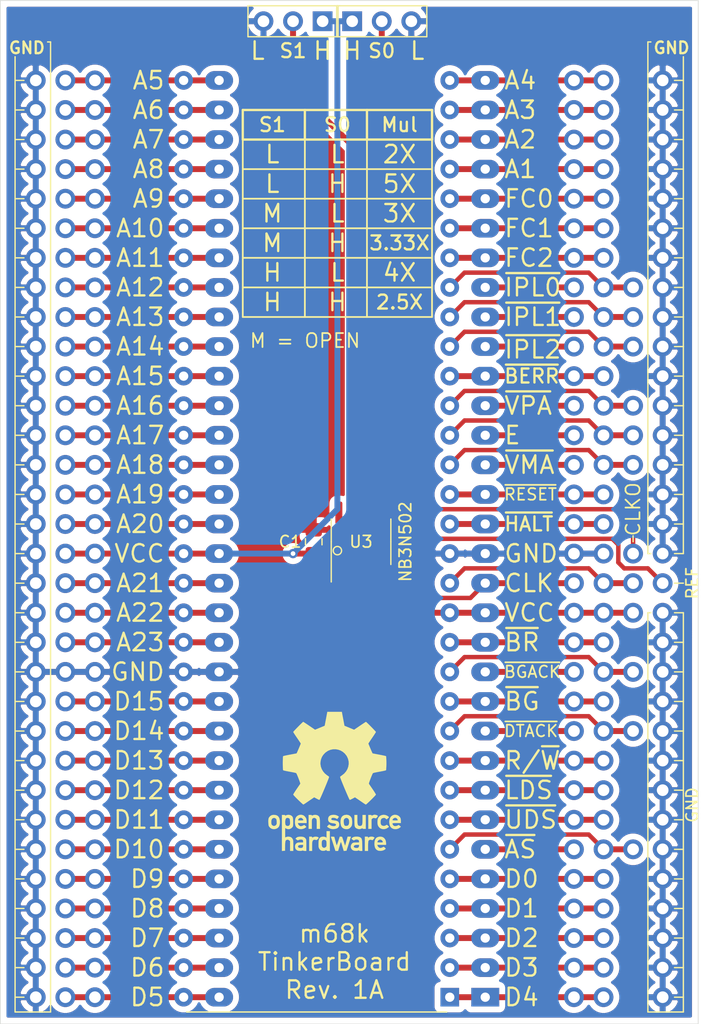
<source format=kicad_pcb>
(kicad_pcb (version 20171130) (host pcbnew "(5.1.6-0)")
  (layers (0 F.Cu signal) (31 B.Cu signal) (34 B.Paste user) (35 F.Paste user) (36 B.SilkS user) (37 F.SilkS user) (38 B.Mask user) (39 F.Mask user) (44 Edge.Cuts user))
  (net 0 "")
  (net 1 GND)
  (net 2 D5)
  (net 3 A4)
  (net 4 D6)
  (net 5 A3)
  (net 6 D7)
  (net 7 A2)
  (net 8 D8)
  (net 9 A1)
  (net 10 D9)
  (net 11 D10)
  (net 12 D11)
  (net 13 D12)
  (net 14 D13)
  (net 15 D14)
  (net 16 D15)
  (net 17 A23)
  (net 18 A22)
  (net 19 A21)
  (net 20 RESET)
  (net 21 VCC)
  (net 22 HALT)
  (net 23 A20)
  (net 24 A19)
  (net 25 A18)
  (net 26 A17)
  (net 27 A16)
  (net 28 A15)
  (net 29 A14)
  (net 30 A13)
  (net 31 A12)
  (net 32 A11)
  (net 33 A10)
  (net 34 A9)
  (net 35 D0)
  (net 36 A8)
  (net 37 D1)
  (net 38 A7)
  (net 39 D2)
  (net 40 A6)
  (net 41 D3)
  (net 42 A5)
  (net 43 D4)
  (net 44 FC2)
  (net 45 FC1)
  (net 46 FC0)
  (net 47 IPL2)
  (net 48 IPL2_MB)
  (net 49 IPL1)
  (net 50 IPL1_MB)
  (net 51 IPL0)
  (net 52 IPL0_MB)
  (net 53 BERR)
  (net 54 VPA)
  (net 55 VPA_MB)
  (net 56 VMA)
  (net 57 VMA_MB)
  (net 58 E)
  (net 59 E_MB)
  (net 60 CLK_MB)
  (net 61 CLK)
  (net 62 BR)
  (net 63 BGACK)
  (net 64 BGACK_MB)
  (net 65 BG)
  (net 66 DTACK)
  (net 67 DTACK_MB)
  (net 68 AS)
  (net 69 AS_MB)
  (net 70 UDS)
  (net 71 LDS)
  (net 72 RW)
  (net 73 S1)
  (net 74 S0)
  (net 75 CLKOUT)
  (net 76 CLKREF)
  (net 77 "Net-(U3-Pad8)")
  (module Symbol:OSHW-Logo_11.4x12mm_SilkScreen (layer F.Cu) (at 158.702 125.278)
    (fp_text reference REF** hide)
    (fp_text value OSHW-Logo_11.4x12mm_SilkScreen hide)
  )
  (module Package_DIP:DIP-64_W22.86mm (layer F.Cu) (at 157.178 104.45 180)
    (fp_text reference U2 hide)
    (fp_text value "68000D CPU" hide)
    (pad 64 thru_hole oval (at 11.43 -39.37 180) (size 1.6 1.6) (drill 0.8) (layers *.Cu *.Mask) (net 2 D5))
    (pad 32 thru_hole oval (at -11.43 39.37 180) (size 1.6 1.6) (drill 0.8) (layers *.Cu *.Mask) (net 3 A4))
    (pad 63 thru_hole oval (at 11.43 -36.83 180) (size 1.6 1.6) (drill 0.8) (layers *.Cu *.Mask) (net 4 D6))
    (pad 31 thru_hole oval (at -11.43 36.83 180) (size 1.6 1.6) (drill 0.8) (layers *.Cu *.Mask) (net 5 A3))
    (pad 62 thru_hole oval (at 11.43 -34.29 180) (size 1.6 1.6) (drill 0.8) (layers *.Cu *.Mask) (net 6 D7))
    (pad 30 thru_hole oval (at -11.43 34.29 180) (size 1.6 1.6) (drill 0.8) (layers *.Cu *.Mask) (net 7 A2))
    (pad 61 thru_hole oval (at 11.43 -31.75 180) (size 1.6 1.6) (drill 0.8) (layers *.Cu *.Mask) (net 8 D8))
    (pad 29 thru_hole oval (at -11.43 31.75 180) (size 1.6 1.6) (drill 0.8) (layers *.Cu *.Mask) (net 9 A1))
    (pad 60 thru_hole oval (at 11.43 -29.21 180) (size 1.6 1.6) (drill 0.8) (layers *.Cu *.Mask) (net 10 D9))
    (pad 28 thru_hole oval (at -11.43 29.21 180) (size 1.6 1.6) (drill 0.8) (layers *.Cu *.Mask) (net 46 FC0))
    (pad 59 thru_hole oval (at 11.43 -26.67 180) (size 1.6 1.6) (drill 0.8) (layers *.Cu *.Mask) (net 11 D10))
    (pad 27 thru_hole oval (at -11.43 26.67 180) (size 1.6 1.6) (drill 0.8) (layers *.Cu *.Mask) (net 45 FC1))
    (pad 58 thru_hole oval (at 11.43 -24.13 180) (size 1.6 1.6) (drill 0.8) (layers *.Cu *.Mask) (net 12 D11))
    (pad 26 thru_hole oval (at -11.43 24.13 180) (size 1.6 1.6) (drill 0.8) (layers *.Cu *.Mask) (net 44 FC2))
    (pad 57 thru_hole oval (at 11.43 -21.59 180) (size 1.6 1.6) (drill 0.8) (layers *.Cu *.Mask) (net 13 D12))
    (pad 25 thru_hole oval (at -11.43 21.59 180) (size 1.6 1.6) (drill 0.8) (layers *.Cu *.Mask) (net 51 IPL0))
    (pad 56 thru_hole oval (at 11.43 -19.05 180) (size 1.6 1.6) (drill 0.8) (layers *.Cu *.Mask) (net 14 D13))
    (pad 24 thru_hole oval (at -11.43 19.05 180) (size 1.6 1.6) (drill 0.8) (layers *.Cu *.Mask) (net 49 IPL1))
    (pad 55 thru_hole oval (at 11.43 -16.51 180) (size 1.6 1.6) (drill 0.8) (layers *.Cu *.Mask) (net 15 D14))
    (pad 23 thru_hole oval (at -11.43 16.51 180) (size 1.6 1.6) (drill 0.8) (layers *.Cu *.Mask) (net 47 IPL2))
    (pad 54 thru_hole oval (at 11.43 -13.97 180) (size 1.6 1.6) (drill 0.8) (layers *.Cu *.Mask) (net 16 D15))
    (pad 22 thru_hole oval (at -11.43 13.97 180) (size 1.6 1.6) (drill 0.8) (layers *.Cu *.Mask) (net 53 BERR))
    (pad 53 thru_hole oval (at 11.43 -11.43 180) (size 1.6 1.6) (drill 0.8) (layers *.Cu *.Mask) (net 1 GND))
    (pad 21 thru_hole oval (at -11.43 11.43 180) (size 1.6 1.6) (drill 0.8) (layers *.Cu *.Mask) (net 54 VPA))
    (pad 52 thru_hole oval (at 11.43 -8.89 180) (size 1.6 1.6) (drill 0.8) (layers *.Cu *.Mask) (net 17 A23))
    (pad 20 thru_hole oval (at -11.43 8.89 180) (size 1.6 1.6) (drill 0.8) (layers *.Cu *.Mask) (net 58 E))
    (pad 51 thru_hole oval (at 11.43 -6.35 180) (size 1.6 1.6) (drill 0.8) (layers *.Cu *.Mask) (net 18 A22))
    (pad 19 thru_hole oval (at -11.43 6.35 180) (size 1.6 1.6) (drill 0.8) (layers *.Cu *.Mask) (net 56 VMA))
    (pad 50 thru_hole oval (at 11.43 -3.81 180) (size 1.6 1.6) (drill 0.8) (layers *.Cu *.Mask) (net 19 A21))
    (pad 18 thru_hole oval (at -11.43 3.81 180) (size 1.6 1.6) (drill 0.8) (layers *.Cu *.Mask) (net 20 RESET))
    (pad 49 thru_hole oval (at 11.43 -1.27 180) (size 1.6 1.6) (drill 0.8) (layers *.Cu *.Mask) (net 21 VCC))
    (pad 17 thru_hole oval (at -11.43 1.27 180) (size 1.6 1.6) (drill 0.8) (layers *.Cu *.Mask) (net 22 HALT))
    (pad 48 thru_hole oval (at 11.43 1.27 180) (size 1.6 1.6) (drill 0.8) (layers *.Cu *.Mask) (net 23 A20))
    (pad 16 thru_hole oval (at -11.43 -1.27 180) (size 1.6 1.6) (drill 0.8) (layers *.Cu *.Mask) (net 1 GND))
    (pad 47 thru_hole oval (at 11.43 3.81 180) (size 1.6 1.6) (drill 0.8) (layers *.Cu *.Mask) (net 24 A19))
    (pad 15 thru_hole oval (at -11.43 -3.81 180) (size 1.6 1.6) (drill 0.8) (layers *.Cu *.Mask) (net 61 CLK))
    (pad 46 thru_hole oval (at 11.43 6.35 180) (size 1.6 1.6) (drill 0.8) (layers *.Cu *.Mask) (net 25 A18))
    (pad 14 thru_hole oval (at -11.43 -6.35 180) (size 1.6 1.6) (drill 0.8) (layers *.Cu *.Mask) (net 21 VCC))
    (pad 45 thru_hole oval (at 11.43 8.89 180) (size 1.6 1.6) (drill 0.8) (layers *.Cu *.Mask) (net 26 A17))
    (pad 13 thru_hole oval (at -11.43 -8.89 180) (size 1.6 1.6) (drill 0.8) (layers *.Cu *.Mask) (net 62 BR))
    (pad 44 thru_hole oval (at 11.43 11.43 180) (size 1.6 1.6) (drill 0.8) (layers *.Cu *.Mask) (net 27 A16))
    (pad 12 thru_hole oval (at -11.43 -11.43 180) (size 1.6 1.6) (drill 0.8) (layers *.Cu *.Mask) (net 63 BGACK))
    (pad 43 thru_hole oval (at 11.43 13.97 180) (size 1.6 1.6) (drill 0.8) (layers *.Cu *.Mask) (net 28 A15))
    (pad 11 thru_hole oval (at -11.43 -13.97 180) (size 1.6 1.6) (drill 0.8) (layers *.Cu *.Mask) (net 65 BG))
    (pad 42 thru_hole oval (at 11.43 16.51 180) (size 1.6 1.6) (drill 0.8) (layers *.Cu *.Mask) (net 29 A14))
    (pad 10 thru_hole oval (at -11.43 -16.51 180) (size 1.6 1.6) (drill 0.8) (layers *.Cu *.Mask) (net 66 DTACK))
    (pad 41 thru_hole oval (at 11.43 19.05 180) (size 1.6 1.6) (drill 0.8) (layers *.Cu *.Mask) (net 30 A13))
    (pad 9 thru_hole oval (at -11.43 -19.05 180) (size 1.6 1.6) (drill 0.8) (layers *.Cu *.Mask) (net 72 RW))
    (pad 40 thru_hole oval (at 11.43 21.59 180) (size 1.6 1.6) (drill 0.8) (layers *.Cu *.Mask) (net 31 A12))
    (pad 8 thru_hole oval (at -11.43 -21.59 180) (size 1.6 1.6) (drill 0.8) (layers *.Cu *.Mask) (net 71 LDS))
    (pad 39 thru_hole oval (at 11.43 24.13 180) (size 1.6 1.6) (drill 0.8) (layers *.Cu *.Mask) (net 32 A11))
    (pad 7 thru_hole oval (at -11.43 -24.13 180) (size 1.6 1.6) (drill 0.8) (layers *.Cu *.Mask) (net 70 UDS))
    (pad 38 thru_hole oval (at 11.43 26.67 180) (size 1.6 1.6) (drill 0.8) (layers *.Cu *.Mask) (net 33 A10))
    (pad 6 thru_hole oval (at -11.43 -26.67 180) (size 1.6 1.6) (drill 0.8) (layers *.Cu *.Mask) (net 68 AS))
    (pad 37 thru_hole oval (at 11.43 29.21 180) (size 1.6 1.6) (drill 0.8) (layers *.Cu *.Mask) (net 34 A9))
    (pad 5 thru_hole oval (at -11.43 -29.21 180) (size 1.6 1.6) (drill 0.8) (layers *.Cu *.Mask) (net 35 D0))
    (pad 36 thru_hole oval (at 11.43 31.75 180) (size 1.6 1.6) (drill 0.8) (layers *.Cu *.Mask) (net 36 A8))
    (pad 4 thru_hole oval (at -11.43 -31.75 180) (size 1.6 1.6) (drill 0.8) (layers *.Cu *.Mask) (net 37 D1))
    (pad 35 thru_hole oval (at 11.43 34.29 180) (size 1.6 1.6) (drill 0.8) (layers *.Cu *.Mask) (net 38 A7))
    (pad 3 thru_hole oval (at -11.43 -34.29 180) (size 1.6 1.6) (drill 0.8) (layers *.Cu *.Mask) (net 39 D2))
    (pad 34 thru_hole oval (at 11.43 36.83 180) (size 1.6 1.6) (drill 0.8) (layers *.Cu *.Mask) (net 40 A6))
    (pad 2 thru_hole oval (at -11.43 -36.83 180) (size 1.6 1.6) (drill 0.8) (layers *.Cu *.Mask) (net 41 D3))
    (pad 33 thru_hole oval (at 11.43 39.37 180) (size 1.6 1.6) (drill 0.8) (layers *.Cu *.Mask) (net 42 A5))
    (pad 1 thru_hole rect (at -11.43 -39.37 180) (size 1.6 1.6) (drill 0.8) (layers *.Cu *.Mask) (net 43 D4))
  )
  (module Package_SO:SOIC-8_3.9x4.9mm_P1.27mm (layer F.Cu) (at 160.988 104.704 90)
    (fp_text reference U3 (at 0 0 180) (layer F.SilkS))
    (fp_text value NB3N502 hide)
    (pad 8 smd roundrect (at 2.475 -1.905 90) (size 1.95 0.6) (layers F.Cu F.Paste F.Mask) (net 77 "Net-(U3-Pad8)"))
    (pad 7 smd roundrect (at 2.475 -0.635 90) (size 1.95 0.6) (layers F.Cu F.Paste F.Mask) (net 73 S1))
    (pad 6 smd roundrect (at 2.475 0.635 90) (size 1.95 0.6) (layers F.Cu F.Paste F.Mask) (net 74 S0))
    (pad 5 smd roundrect (at 2.475 1.905 90) (size 1.95 0.6) (layers F.Cu F.Paste F.Mask) (net 75 CLKOUT))
    (pad 4 smd roundrect (at -2.475 1.905 90) (size 1.95 0.6) (layers F.Cu F.Paste F.Mask) (net 76 CLKREF))
    (pad 3 smd roundrect (at -2.475 0.635 90) (size 1.95 0.6) (layers F.Cu F.Paste F.Mask) (net 1 GND))
    (pad 2 smd roundrect (at -2.475 -0.635 90) (size 1.95 0.6) (layers F.Cu F.Paste F.Mask) (net 21 VCC))
    (pad 1 smd roundrect (at -2.475 -1.905 90) (size 1.95 0.6) (layers F.Cu F.Paste F.Mask) (net 60 CLK_MB))
  )
  (module Connector_PinHeader_2.54mm:PinHeader_1x03_P2.54mm_Vertical (layer F.Cu) (at 160.226 60 90)
    (fp_text reference S0 (at -2.54 2.54 180) (layer F.SilkS) (effects (font (size 1.2 1.2) (thickness 0.2))))
    (fp_text value Jumper_3_Open hide)
    (pad 3 thru_hole oval (at 0 5.08 90) (size 1.7 1.7) (drill 1) (layers *.Cu *.Mask) (net 1 GND))
    (pad 2 thru_hole oval (at 0 2.54 90) (size 1.7 1.7) (drill 1) (layers *.Cu *.Mask) (net 74 S0))
    (pad 1 thru_hole rect (at 0 0 90) (size 1.7 1.7) (drill 1) (layers *.Cu *.Mask) (net 21 VCC))
  )
  (module Connector_PinHeader_2.54mm:PinHeader_1x01_P2.54mm_Vertical (layer F.Cu) (at 184.356 131.12)
    (fp_text reference J9 hide)
    (fp_text value Conn_01x01 hide)
    (pad 1 thru_hole oval (at 0 0) (size 1.7 1.7) (drill 1) (layers *.Cu *.Mask) (net 68 AS))
  )
  (module Connector_PinHeader_2.54mm:PinHeader_1x01_P2.54mm_Vertical (layer F.Cu) (at 184.356 120.96)
    (fp_text reference J8 hide)
    (fp_text value Conn_01x01 hide)
    (pad 1 thru_hole oval (at 0 0) (size 1.7 1.7) (drill 1) (layers *.Cu *.Mask) (net 66 DTACK))
  )
  (module Connector_PinHeader_2.54mm:PinHeader_1x01_P2.54mm_Vertical (layer F.Cu) (at 184.356 115.88)
    (fp_text reference J7 hide)
    (fp_text value Conn_01x01 hide)
    (pad 1 thru_hole oval (at 0 0) (size 1.7 1.7) (drill 1) (layers *.Cu *.Mask) (net 63 BGACK))
  )
  (module Connector_PinHeader_2.54mm:PinHeader_1x03_P2.54mm_Vertical (layer F.Cu) (at 184.356 105.72)
    (fp_text reference J6 hide)
    (fp_text value Conn_01x03 hide)
    (pad 3 thru_hole oval (at 0 5.08) (size 1.7 1.7) (drill 1) (layers *.Cu *.Mask) (net 21 VCC))
    (pad 2 thru_hole oval (at 0 2.54) (size 1.7 1.7) (drill 1) (layers *.Cu *.Mask) (net 61 CLK))
    (pad 1 thru_hole oval (at 0 0) (size 1.7 1.7) (drill 1) (layers *.Cu *.Mask) (net 75 CLKOUT))
  )
  (module Connector_PinHeader_2.54mm:PinHeader_1x03_P2.54mm_Vertical (layer F.Cu) (at 184.356 93.02)
    (fp_text reference J5 hide)
    (fp_text value Conn_01x03 hide)
    (pad 3 thru_hole oval (at 0 5.08) (size 1.7 1.7) (drill 1) (layers *.Cu *.Mask) (net 56 VMA))
    (pad 2 thru_hole oval (at 0 2.54) (size 1.7 1.7) (drill 1) (layers *.Cu *.Mask) (net 58 E))
    (pad 1 thru_hole oval (at 0 0) (size 1.7 1.7) (drill 1) (layers *.Cu *.Mask) (net 54 VPA))
  )
  (module Connector_PinHeader_2.54mm:PinHeader_1x03_P2.54mm_Vertical (layer F.Cu) (at 184.356 82.86)
    (fp_text reference J4 hide)
    (fp_text value Conn_01x03 hide)
    (pad 3 thru_hole oval (at 0 5.08) (size 1.7 1.7) (drill 1) (layers *.Cu *.Mask) (net 47 IPL2))
    (pad 2 thru_hole oval (at 0 2.54) (size 1.7 1.7) (drill 1) (layers *.Cu *.Mask) (net 49 IPL1))
    (pad 1 thru_hole oval (at 0 0) (size 1.7 1.7) (drill 1) (layers *.Cu *.Mask) (net 51 IPL0))
  )
  (module Connector_PinHeader_2.54mm:PinHeader_2x32_P2.54mm_Vertical (layer F.Cu) (at 179.276 65.08)
    (fp_text reference J3 hide)
    (fp_text value Conn_02x32_Odd_Even hide)
    (pad 64 thru_hole oval (at 2.54 78.74) (size 1.7 1.7) (drill 1) (layers *.Cu *.Mask) (net 43 D4))
    (pad 63 thru_hole oval (at 0 78.74) (size 1.7 1.7) (drill 1) (layers *.Cu *.Mask) (net 43 D4))
    (pad 62 thru_hole oval (at 2.54 76.2) (size 1.7 1.7) (drill 1) (layers *.Cu *.Mask) (net 41 D3))
    (pad 61 thru_hole oval (at 0 76.2) (size 1.7 1.7) (drill 1) (layers *.Cu *.Mask) (net 41 D3))
    (pad 60 thru_hole oval (at 2.54 73.66) (size 1.7 1.7) (drill 1) (layers *.Cu *.Mask) (net 39 D2))
    (pad 59 thru_hole oval (at 0 73.66) (size 1.7 1.7) (drill 1) (layers *.Cu *.Mask) (net 39 D2))
    (pad 58 thru_hole oval (at 2.54 71.12) (size 1.7 1.7) (drill 1) (layers *.Cu *.Mask) (net 37 D1))
    (pad 57 thru_hole oval (at 0 71.12) (size 1.7 1.7) (drill 1) (layers *.Cu *.Mask) (net 37 D1))
    (pad 56 thru_hole oval (at 2.54 68.58) (size 1.7 1.7) (drill 1) (layers *.Cu *.Mask) (net 35 D0))
    (pad 55 thru_hole oval (at 0 68.58) (size 1.7 1.7) (drill 1) (layers *.Cu *.Mask) (net 35 D0))
    (pad 54 thru_hole oval (at 2.54 66.04) (size 1.7 1.7) (drill 1) (layers *.Cu *.Mask) (net 68 AS))
    (pad 53 thru_hole oval (at 0 66.04) (size 1.7 1.7) (drill 1) (layers *.Cu *.Mask) (net 69 AS_MB))
    (pad 52 thru_hole oval (at 2.54 63.5) (size 1.7 1.7) (drill 1) (layers *.Cu *.Mask) (net 70 UDS))
    (pad 51 thru_hole oval (at 0 63.5) (size 1.7 1.7) (drill 1) (layers *.Cu *.Mask) (net 70 UDS))
    (pad 50 thru_hole oval (at 2.54 60.96) (size 1.7 1.7) (drill 1) (layers *.Cu *.Mask) (net 71 LDS))
    (pad 49 thru_hole oval (at 0 60.96) (size 1.7 1.7) (drill 1) (layers *.Cu *.Mask) (net 71 LDS))
    (pad 48 thru_hole oval (at 2.54 58.42) (size 1.7 1.7) (drill 1) (layers *.Cu *.Mask) (net 72 RW))
    (pad 47 thru_hole oval (at 0 58.42) (size 1.7 1.7) (drill 1) (layers *.Cu *.Mask) (net 72 RW))
    (pad 46 thru_hole oval (at 2.54 55.88) (size 1.7 1.7) (drill 1) (layers *.Cu *.Mask) (net 66 DTACK))
    (pad 45 thru_hole oval (at 0 55.88) (size 1.7 1.7) (drill 1) (layers *.Cu *.Mask) (net 67 DTACK_MB))
    (pad 44 thru_hole oval (at 2.54 53.34) (size 1.7 1.7) (drill 1) (layers *.Cu *.Mask) (net 65 BG))
    (pad 43 thru_hole oval (at 0 53.34) (size 1.7 1.7) (drill 1) (layers *.Cu *.Mask) (net 65 BG))
    (pad 42 thru_hole oval (at 2.54 50.8) (size 1.7 1.7) (drill 1) (layers *.Cu *.Mask) (net 63 BGACK))
    (pad 41 thru_hole oval (at 0 50.8) (size 1.7 1.7) (drill 1) (layers *.Cu *.Mask) (net 64 BGACK_MB))
    (pad 40 thru_hole oval (at 2.54 48.26) (size 1.7 1.7) (drill 1) (layers *.Cu *.Mask) (net 62 BR))
    (pad 39 thru_hole oval (at 0 48.26) (size 1.7 1.7) (drill 1) (layers *.Cu *.Mask) (net 62 BR))
    (pad 38 thru_hole oval (at 2.54 45.72) (size 1.7 1.7) (drill 1) (layers *.Cu *.Mask) (net 21 VCC))
    (pad 37 thru_hole oval (at 0 45.72) (size 1.7 1.7) (drill 1) (layers *.Cu *.Mask) (net 21 VCC))
    (pad 36 thru_hole oval (at 2.54 43.18) (size 1.7 1.7) (drill 1) (layers *.Cu *.Mask) (net 61 CLK))
    (pad 35 thru_hole oval (at 0 43.18) (size 1.7 1.7) (drill 1) (layers *.Cu *.Mask) (net 60 CLK_MB))
    (pad 34 thru_hole oval (at 2.54 40.64) (size 1.7 1.7) (drill 1) (layers *.Cu *.Mask) (net 1 GND))
    (pad 33 thru_hole oval (at 0 40.64) (size 1.7 1.7) (drill 1) (layers *.Cu *.Mask) (net 1 GND))
    (pad 32 thru_hole oval (at 2.54 38.1) (size 1.7 1.7) (drill 1) (layers *.Cu *.Mask) (net 22 HALT))
    (pad 31 thru_hole oval (at 0 38.1) (size 1.7 1.7) (drill 1) (layers *.Cu *.Mask) (net 22 HALT))
    (pad 30 thru_hole oval (at 2.54 35.56) (size 1.7 1.7) (drill 1) (layers *.Cu *.Mask) (net 20 RESET))
    (pad 29 thru_hole oval (at 0 35.56) (size 1.7 1.7) (drill 1) (layers *.Cu *.Mask) (net 20 RESET))
    (pad 28 thru_hole oval (at 2.54 33.02) (size 1.7 1.7) (drill 1) (layers *.Cu *.Mask) (net 56 VMA))
    (pad 27 thru_hole oval (at 0 33.02) (size 1.7 1.7) (drill 1) (layers *.Cu *.Mask) (net 57 VMA_MB))
    (pad 26 thru_hole oval (at 2.54 30.48) (size 1.7 1.7) (drill 1) (layers *.Cu *.Mask) (net 58 E))
    (pad 25 thru_hole oval (at 0 30.48) (size 1.7 1.7) (drill 1) (layers *.Cu *.Mask) (net 59 E_MB))
    (pad 24 thru_hole oval (at 2.54 27.94) (size 1.7 1.7) (drill 1) (layers *.Cu *.Mask) (net 54 VPA))
    (pad 23 thru_hole oval (at 0 27.94) (size 1.7 1.7) (drill 1) (layers *.Cu *.Mask) (net 55 VPA_MB))
    (pad 22 thru_hole oval (at 2.54 25.4) (size 1.7 1.7) (drill 1) (layers *.Cu *.Mask) (net 53 BERR))
    (pad 21 thru_hole oval (at 0 25.4) (size 1.7 1.7) (drill 1) (layers *.Cu *.Mask) (net 53 BERR))
    (pad 20 thru_hole oval (at 2.54 22.86) (size 1.7 1.7) (drill 1) (layers *.Cu *.Mask) (net 47 IPL2))
    (pad 19 thru_hole oval (at 0 22.86) (size 1.7 1.7) (drill 1) (layers *.Cu *.Mask) (net 48 IPL2_MB))
    (pad 18 thru_hole oval (at 2.54 20.32) (size 1.7 1.7) (drill 1) (layers *.Cu *.Mask) (net 49 IPL1))
    (pad 17 thru_hole oval (at 0 20.32) (size 1.7 1.7) (drill 1) (layers *.Cu *.Mask) (net 50 IPL1_MB))
    (pad 16 thru_hole oval (at 2.54 17.78) (size 1.7 1.7) (drill 1) (layers *.Cu *.Mask) (net 51 IPL0))
    (pad 15 thru_hole oval (at 0 17.78) (size 1.7 1.7) (drill 1) (layers *.Cu *.Mask) (net 52 IPL0_MB))
    (pad 14 thru_hole oval (at 2.54 15.24) (size 1.7 1.7) (drill 1) (layers *.Cu *.Mask) (net 44 FC2))
    (pad 13 thru_hole oval (at 0 15.24) (size 1.7 1.7) (drill 1) (layers *.Cu *.Mask) (net 44 FC2))
    (pad 12 thru_hole oval (at 2.54 12.7) (size 1.7 1.7) (drill 1) (layers *.Cu *.Mask) (net 45 FC1))
    (pad 11 thru_hole oval (at 0 12.7) (size 1.7 1.7) (drill 1) (layers *.Cu *.Mask) (net 45 FC1))
    (pad 10 thru_hole oval (at 2.54 10.16) (size 1.7 1.7) (drill 1) (layers *.Cu *.Mask) (net 46 FC0))
    (pad 9 thru_hole oval (at 0 10.16) (size 1.7 1.7) (drill 1) (layers *.Cu *.Mask) (net 46 FC0))
    (pad 8 thru_hole oval (at 2.54 7.62) (size 1.7 1.7) (drill 1) (layers *.Cu *.Mask) (net 9 A1))
    (pad 7 thru_hole oval (at 0 7.62) (size 1.7 1.7) (drill 1) (layers *.Cu *.Mask) (net 9 A1))
    (pad 6 thru_hole oval (at 2.54 5.08) (size 1.7 1.7) (drill 1) (layers *.Cu *.Mask) (net 7 A2))
    (pad 5 thru_hole oval (at 0 5.08) (size 1.7 1.7) (drill 1) (layers *.Cu *.Mask) (net 7 A2))
    (pad 4 thru_hole oval (at 2.54 2.54) (size 1.7 1.7) (drill 1) (layers *.Cu *.Mask) (net 5 A3))
    (pad 3 thru_hole oval (at 0 2.54) (size 1.7 1.7) (drill 1) (layers *.Cu *.Mask) (net 5 A3))
    (pad 2 thru_hole oval (at 2.54 0) (size 1.7 1.7) (drill 1) (layers *.Cu *.Mask) (net 3 A4))
    (pad 1 thru_hole oval (at 0 0) (size 1.7 1.7) (drill 1) (layers *.Cu *.Mask) (net 3 A4))
  )
  (module Connector_PinHeader_2.54mm:PinHeader_1x32_P2.54mm_Vertical (layer F.Cu) (at 186.896 65.08)
    (fp_text reference J10 hide)
    (fp_text value Conn_01x32 hide)
    (pad 32 thru_hole oval (at 0 78.74) (size 1.7 1.7) (drill 1) (layers *.Cu *.Mask) (net 1 GND))
    (pad 31 thru_hole oval (at 0 76.2) (size 1.7 1.7) (drill 1) (layers *.Cu *.Mask) (net 1 GND))
    (pad 30 thru_hole oval (at 0 73.66) (size 1.7 1.7) (drill 1) (layers *.Cu *.Mask) (net 1 GND))
    (pad 29 thru_hole oval (at 0 71.12) (size 1.7 1.7) (drill 1) (layers *.Cu *.Mask) (net 1 GND))
    (pad 28 thru_hole oval (at 0 68.58) (size 1.7 1.7) (drill 1) (layers *.Cu *.Mask) (net 1 GND))
    (pad 27 thru_hole oval (at 0 66.04) (size 1.7 1.7) (drill 1) (layers *.Cu *.Mask) (net 1 GND))
    (pad 26 thru_hole oval (at 0 63.5) (size 1.7 1.7) (drill 1) (layers *.Cu *.Mask) (net 1 GND))
    (pad 25 thru_hole oval (at 0 60.96) (size 1.7 1.7) (drill 1) (layers *.Cu *.Mask) (net 1 GND))
    (pad 24 thru_hole oval (at 0 58.42) (size 1.7 1.7) (drill 1) (layers *.Cu *.Mask) (net 1 GND))
    (pad 23 thru_hole oval (at 0 55.88) (size 1.7 1.7) (drill 1) (layers *.Cu *.Mask) (net 1 GND))
    (pad 22 thru_hole oval (at 0 53.34) (size 1.7 1.7) (drill 1) (layers *.Cu *.Mask) (net 1 GND))
    (pad 21 thru_hole oval (at 0 50.8) (size 1.7 1.7) (drill 1) (layers *.Cu *.Mask) (net 1 GND))
    (pad 20 thru_hole oval (at 0 48.26) (size 1.7 1.7) (drill 1) (layers *.Cu *.Mask) (net 1 GND))
    (pad 19 thru_hole oval (at 0 45.72) (size 1.7 1.7) (drill 1) (layers *.Cu *.Mask) (net 1 GND))
    (pad 18 thru_hole oval (at 0 43.18) (size 1.7 1.7) (drill 1) (layers *.Cu *.Mask) (net 76 CLKREF))
    (pad 17 thru_hole oval (at 0 40.64) (size 1.7 1.7) (drill 1) (layers *.Cu *.Mask) (net 1 GND))
    (pad 16 thru_hole oval (at 0 38.1) (size 1.7 1.7) (drill 1) (layers *.Cu *.Mask) (net 1 GND))
    (pad 15 thru_hole oval (at 0 35.56) (size 1.7 1.7) (drill 1) (layers *.Cu *.Mask) (net 1 GND))
    (pad 14 thru_hole oval (at 0 33.02) (size 1.7 1.7) (drill 1) (layers *.Cu *.Mask) (net 1 GND))
    (pad 13 thru_hole oval (at 0 30.48) (size 1.7 1.7) (drill 1) (layers *.Cu *.Mask) (net 1 GND))
    (pad 12 thru_hole oval (at 0 27.94) (size 1.7 1.7) (drill 1) (layers *.Cu *.Mask) (net 1 GND))
    (pad 11 thru_hole oval (at 0 25.4) (size 1.7 1.7) (drill 1) (layers *.Cu *.Mask) (net 1 GND))
    (pad 10 thru_hole oval (at 0 22.86) (size 1.7 1.7) (drill 1) (layers *.Cu *.Mask) (net 1 GND))
    (pad 9 thru_hole oval (at 0 20.32) (size 1.7 1.7) (drill 1) (layers *.Cu *.Mask) (net 1 GND))
    (pad 8 thru_hole oval (at 0 17.78) (size 1.7 1.7) (drill 1) (layers *.Cu *.Mask) (net 1 GND))
    (pad 7 thru_hole oval (at 0 15.24) (size 1.7 1.7) (drill 1) (layers *.Cu *.Mask) (net 1 GND))
    (pad 6 thru_hole oval (at 0 12.7) (size 1.7 1.7) (drill 1) (layers *.Cu *.Mask) (net 1 GND))
    (pad 5 thru_hole oval (at 0 10.16) (size 1.7 1.7) (drill 1) (layers *.Cu *.Mask) (net 1 GND))
    (pad 4 thru_hole oval (at 0 7.62) (size 1.7 1.7) (drill 1) (layers *.Cu *.Mask) (net 1 GND))
    (pad 3 thru_hole oval (at 0 5.08) (size 1.7 1.7) (drill 1) (layers *.Cu *.Mask) (net 1 GND))
    (pad 2 thru_hole oval (at 0 2.54) (size 1.7 1.7) (drill 1) (layers *.Cu *.Mask) (net 1 GND))
    (pad 1 thru_hole oval (at 0 0) (size 1.7 1.7) (drill 1) (layers *.Cu *.Mask) (net 1 GND))
  )
  (module Connector_PinHeader_2.54mm:PinHeader_1x32_P2.54mm_Vertical (layer F.Cu) (at 133.048 65.08)
    (fp_text reference J1 hide)
    (fp_text value Conn_01x32 hide)
    (pad 32 thru_hole oval (at 0 78.74) (size 1.7 1.7) (drill 1) (layers *.Cu *.Mask) (net 1 GND))
    (pad 31 thru_hole oval (at 0 76.2) (size 1.7 1.7) (drill 1) (layers *.Cu *.Mask) (net 1 GND))
    (pad 30 thru_hole oval (at 0 73.66) (size 1.7 1.7) (drill 1) (layers *.Cu *.Mask) (net 1 GND))
    (pad 29 thru_hole oval (at 0 71.12) (size 1.7 1.7) (drill 1) (layers *.Cu *.Mask) (net 1 GND))
    (pad 28 thru_hole oval (at 0 68.58) (size 1.7 1.7) (drill 1) (layers *.Cu *.Mask) (net 1 GND))
    (pad 27 thru_hole oval (at 0 66.04) (size 1.7 1.7) (drill 1) (layers *.Cu *.Mask) (net 1 GND))
    (pad 26 thru_hole oval (at 0 63.5) (size 1.7 1.7) (drill 1) (layers *.Cu *.Mask) (net 1 GND))
    (pad 25 thru_hole oval (at 0 60.96) (size 1.7 1.7) (drill 1) (layers *.Cu *.Mask) (net 1 GND))
    (pad 24 thru_hole oval (at 0 58.42) (size 1.7 1.7) (drill 1) (layers *.Cu *.Mask) (net 1 GND))
    (pad 23 thru_hole oval (at 0 55.88) (size 1.7 1.7) (drill 1) (layers *.Cu *.Mask) (net 1 GND))
    (pad 22 thru_hole oval (at 0 53.34) (size 1.7 1.7) (drill 1) (layers *.Cu *.Mask) (net 1 GND))
    (pad 21 thru_hole oval (at 0 50.8) (size 1.7 1.7) (drill 1) (layers *.Cu *.Mask) (net 1 GND))
    (pad 20 thru_hole oval (at 0 48.26) (size 1.7 1.7) (drill 1) (layers *.Cu *.Mask) (net 1 GND))
    (pad 19 thru_hole oval (at 0 45.72) (size 1.7 1.7) (drill 1) (layers *.Cu *.Mask) (net 1 GND))
    (pad 18 thru_hole oval (at 0 43.18) (size 1.7 1.7) (drill 1) (layers *.Cu *.Mask) (net 1 GND))
    (pad 17 thru_hole oval (at 0 40.64) (size 1.7 1.7) (drill 1) (layers *.Cu *.Mask) (net 1 GND))
    (pad 16 thru_hole oval (at 0 38.1) (size 1.7 1.7) (drill 1) (layers *.Cu *.Mask) (net 1 GND))
    (pad 15 thru_hole oval (at 0 35.56) (size 1.7 1.7) (drill 1) (layers *.Cu *.Mask) (net 1 GND))
    (pad 14 thru_hole oval (at 0 33.02) (size 1.7 1.7) (drill 1) (layers *.Cu *.Mask) (net 1 GND))
    (pad 13 thru_hole oval (at 0 30.48) (size 1.7 1.7) (drill 1) (layers *.Cu *.Mask) (net 1 GND))
    (pad 12 thru_hole oval (at 0 27.94) (size 1.7 1.7) (drill 1) (layers *.Cu *.Mask) (net 1 GND))
    (pad 11 thru_hole oval (at 0 25.4) (size 1.7 1.7) (drill 1) (layers *.Cu *.Mask) (net 1 GND))
    (pad 10 thru_hole oval (at 0 22.86) (size 1.7 1.7) (drill 1) (layers *.Cu *.Mask) (net 1 GND))
    (pad 9 thru_hole oval (at 0 20.32) (size 1.7 1.7) (drill 1) (layers *.Cu *.Mask) (net 1 GND))
    (pad 8 thru_hole oval (at 0 17.78) (size 1.7 1.7) (drill 1) (layers *.Cu *.Mask) (net 1 GND))
    (pad 7 thru_hole oval (at 0 15.24) (size 1.7 1.7) (drill 1) (layers *.Cu *.Mask) (net 1 GND))
    (pad 6 thru_hole oval (at 0 12.7) (size 1.7 1.7) (drill 1) (layers *.Cu *.Mask) (net 1 GND))
    (pad 5 thru_hole oval (at 0 10.16) (size 1.7 1.7) (drill 1) (layers *.Cu *.Mask) (net 1 GND))
    (pad 4 thru_hole oval (at 0 7.62) (size 1.7 1.7) (drill 1) (layers *.Cu *.Mask) (net 1 GND))
    (pad 3 thru_hole oval (at 0 5.08) (size 1.7 1.7) (drill 1) (layers *.Cu *.Mask) (net 1 GND))
    (pad 2 thru_hole oval (at 0 2.54) (size 1.7 1.7) (drill 1) (layers *.Cu *.Mask) (net 1 GND))
    (pad 1 thru_hole oval (at 0 0) (size 1.7 1.7) (drill 1) (layers *.Cu *.Mask) (net 1 GND))
  )
  (module Connector_PinHeader_2.54mm:PinHeader_2x32_P2.54mm_Vertical (layer F.Cu) (at 135.588 65.08)
    (fp_text reference J2 hide)
    (fp_text value Conn_02x32_Odd_Even hide)
    (pad 64 thru_hole oval (at 2.54 78.74) (size 1.7 1.7) (drill 1) (layers *.Cu *.Mask) (net 2 D5))
    (pad 63 thru_hole oval (at 0 78.74) (size 1.7 1.7) (drill 1) (layers *.Cu *.Mask) (net 2 D5))
    (pad 62 thru_hole oval (at 2.54 76.2) (size 1.7 1.7) (drill 1) (layers *.Cu *.Mask) (net 4 D6))
    (pad 61 thru_hole oval (at 0 76.2) (size 1.7 1.7) (drill 1) (layers *.Cu *.Mask) (net 4 D6))
    (pad 60 thru_hole oval (at 2.54 73.66) (size 1.7 1.7) (drill 1) (layers *.Cu *.Mask) (net 6 D7))
    (pad 59 thru_hole oval (at 0 73.66) (size 1.7 1.7) (drill 1) (layers *.Cu *.Mask) (net 6 D7))
    (pad 58 thru_hole oval (at 2.54 71.12) (size 1.7 1.7) (drill 1) (layers *.Cu *.Mask) (net 8 D8))
    (pad 57 thru_hole oval (at 0 71.12) (size 1.7 1.7) (drill 1) (layers *.Cu *.Mask) (net 8 D8))
    (pad 56 thru_hole oval (at 2.54 68.58) (size 1.7 1.7) (drill 1) (layers *.Cu *.Mask) (net 10 D9))
    (pad 55 thru_hole oval (at 0 68.58) (size 1.7 1.7) (drill 1) (layers *.Cu *.Mask) (net 10 D9))
    (pad 54 thru_hole oval (at 2.54 66.04) (size 1.7 1.7) (drill 1) (layers *.Cu *.Mask) (net 11 D10))
    (pad 53 thru_hole oval (at 0 66.04) (size 1.7 1.7) (drill 1) (layers *.Cu *.Mask) (net 11 D10))
    (pad 52 thru_hole oval (at 2.54 63.5) (size 1.7 1.7) (drill 1) (layers *.Cu *.Mask) (net 12 D11))
    (pad 51 thru_hole oval (at 0 63.5) (size 1.7 1.7) (drill 1) (layers *.Cu *.Mask) (net 12 D11))
    (pad 50 thru_hole oval (at 2.54 60.96) (size 1.7 1.7) (drill 1) (layers *.Cu *.Mask) (net 13 D12))
    (pad 49 thru_hole oval (at 0 60.96) (size 1.7 1.7) (drill 1) (layers *.Cu *.Mask) (net 13 D12))
    (pad 48 thru_hole oval (at 2.54 58.42) (size 1.7 1.7) (drill 1) (layers *.Cu *.Mask) (net 14 D13))
    (pad 47 thru_hole oval (at 0 58.42) (size 1.7 1.7) (drill 1) (layers *.Cu *.Mask) (net 14 D13))
    (pad 46 thru_hole oval (at 2.54 55.88) (size 1.7 1.7) (drill 1) (layers *.Cu *.Mask) (net 15 D14))
    (pad 45 thru_hole oval (at 0 55.88) (size 1.7 1.7) (drill 1) (layers *.Cu *.Mask) (net 15 D14))
    (pad 44 thru_hole oval (at 2.54 53.34) (size 1.7 1.7) (drill 1) (layers *.Cu *.Mask) (net 16 D15))
    (pad 43 thru_hole oval (at 0 53.34) (size 1.7 1.7) (drill 1) (layers *.Cu *.Mask) (net 16 D15))
    (pad 42 thru_hole oval (at 2.54 50.8) (size 1.7 1.7) (drill 1) (layers *.Cu *.Mask) (net 1 GND))
    (pad 41 thru_hole oval (at 0 50.8) (size 1.7 1.7) (drill 1) (layers *.Cu *.Mask) (net 1 GND))
    (pad 40 thru_hole oval (at 2.54 48.26) (size 1.7 1.7) (drill 1) (layers *.Cu *.Mask) (net 17 A23))
    (pad 39 thru_hole oval (at 0 48.26) (size 1.7 1.7) (drill 1) (layers *.Cu *.Mask) (net 17 A23))
    (pad 38 thru_hole oval (at 2.54 45.72) (size 1.7 1.7) (drill 1) (layers *.Cu *.Mask) (net 18 A22))
    (pad 37 thru_hole oval (at 0 45.72) (size 1.7 1.7) (drill 1) (layers *.Cu *.Mask) (net 18 A22))
    (pad 36 thru_hole oval (at 2.54 43.18) (size 1.7 1.7) (drill 1) (layers *.Cu *.Mask) (net 19 A21))
    (pad 35 thru_hole oval (at 0 43.18) (size 1.7 1.7) (drill 1) (layers *.Cu *.Mask) (net 19 A21))
    (pad 34 thru_hole oval (at 2.54 40.64) (size 1.7 1.7) (drill 1) (layers *.Cu *.Mask) (net 21 VCC))
    (pad 33 thru_hole oval (at 0 40.64) (size 1.7 1.7) (drill 1) (layers *.Cu *.Mask) (net 21 VCC))
    (pad 32 thru_hole oval (at 2.54 38.1) (size 1.7 1.7) (drill 1) (layers *.Cu *.Mask) (net 23 A20))
    (pad 31 thru_hole oval (at 0 38.1) (size 1.7 1.7) (drill 1) (layers *.Cu *.Mask) (net 23 A20))
    (pad 30 thru_hole oval (at 2.54 35.56) (size 1.7 1.7) (drill 1) (layers *.Cu *.Mask) (net 24 A19))
    (pad 29 thru_hole oval (at 0 35.56) (size 1.7 1.7) (drill 1) (layers *.Cu *.Mask) (net 24 A19))
    (pad 28 thru_hole oval (at 2.54 33.02) (size 1.7 1.7) (drill 1) (layers *.Cu *.Mask) (net 25 A18))
    (pad 27 thru_hole oval (at 0 33.02) (size 1.7 1.7) (drill 1) (layers *.Cu *.Mask) (net 25 A18))
    (pad 26 thru_hole oval (at 2.54 30.48) (size 1.7 1.7) (drill 1) (layers *.Cu *.Mask) (net 26 A17))
    (pad 25 thru_hole oval (at 0 30.48) (size 1.7 1.7) (drill 1) (layers *.Cu *.Mask) (net 26 A17))
    (pad 24 thru_hole oval (at 2.54 27.94) (size 1.7 1.7) (drill 1) (layers *.Cu *.Mask) (net 27 A16))
    (pad 23 thru_hole oval (at 0 27.94) (size 1.7 1.7) (drill 1) (layers *.Cu *.Mask) (net 27 A16))
    (pad 22 thru_hole oval (at 2.54 25.4) (size 1.7 1.7) (drill 1) (layers *.Cu *.Mask) (net 28 A15))
    (pad 21 thru_hole oval (at 0 25.4) (size 1.7 1.7) (drill 1) (layers *.Cu *.Mask) (net 28 A15))
    (pad 20 thru_hole oval (at 2.54 22.86) (size 1.7 1.7) (drill 1) (layers *.Cu *.Mask) (net 29 A14))
    (pad 19 thru_hole oval (at 0 22.86) (size 1.7 1.7) (drill 1) (layers *.Cu *.Mask) (net 29 A14))
    (pad 18 thru_hole oval (at 2.54 20.32) (size 1.7 1.7) (drill 1) (layers *.Cu *.Mask) (net 30 A13))
    (pad 17 thru_hole oval (at 0 20.32) (size 1.7 1.7) (drill 1) (layers *.Cu *.Mask) (net 30 A13))
    (pad 16 thru_hole oval (at 2.54 17.78) (size 1.7 1.7) (drill 1) (layers *.Cu *.Mask) (net 31 A12))
    (pad 15 thru_hole oval (at 0 17.78) (size 1.7 1.7) (drill 1) (layers *.Cu *.Mask) (net 31 A12))
    (pad 14 thru_hole oval (at 2.54 15.24) (size 1.7 1.7) (drill 1) (layers *.Cu *.Mask) (net 32 A11))
    (pad 13 thru_hole oval (at 0 15.24) (size 1.7 1.7) (drill 1) (layers *.Cu *.Mask) (net 32 A11))
    (pad 12 thru_hole oval (at 2.54 12.7) (size 1.7 1.7) (drill 1) (layers *.Cu *.Mask) (net 33 A10))
    (pad 11 thru_hole oval (at 0 12.7) (size 1.7 1.7) (drill 1) (layers *.Cu *.Mask) (net 33 A10))
    (pad 10 thru_hole oval (at 2.54 10.16) (size 1.7 1.7) (drill 1) (layers *.Cu *.Mask) (net 34 A9))
    (pad 9 thru_hole oval (at 0 10.16) (size 1.7 1.7) (drill 1) (layers *.Cu *.Mask) (net 34 A9))
    (pad 8 thru_hole oval (at 2.54 7.62) (size 1.7 1.7) (drill 1) (layers *.Cu *.Mask) (net 36 A8))
    (pad 7 thru_hole oval (at 0 7.62) (size 1.7 1.7) (drill 1) (layers *.Cu *.Mask) (net 36 A8))
    (pad 6 thru_hole oval (at 2.54 5.08) (size 1.7 1.7) (drill 1) (layers *.Cu *.Mask) (net 38 A7))
    (pad 5 thru_hole oval (at 0 5.08) (size 1.7 1.7) (drill 1) (layers *.Cu *.Mask) (net 38 A7))
    (pad 4 thru_hole oval (at 2.54 2.54) (size 1.7 1.7) (drill 1) (layers *.Cu *.Mask) (net 40 A6))
    (pad 3 thru_hole oval (at 0 2.54) (size 1.7 1.7) (drill 1) (layers *.Cu *.Mask) (net 40 A6))
    (pad 2 thru_hole oval (at 2.54 0) (size 1.7 1.7) (drill 1) (layers *.Cu *.Mask) (net 42 A5))
    (pad 1 thru_hole oval (at 0 0) (size 1.7 1.7) (drill 1) (layers *.Cu *.Mask) (net 42 A5))
  )
  (module Package_DIP:DIP-64_W22.86mm_LongPads (layer F.Cu) (at 171.656 143.82 180)
    (fp_text reference U1 hide)
    (fp_text value 68000D_MB_socket hide)
    (pad 64 thru_hole oval (at 22.86 0 180) (size 2.4 1.6) (drill 0.8) (layers *.Cu *.Mask) (net 2 D5))
    (pad 32 thru_hole oval (at 0 78.74 180) (size 2.4 1.6) (drill 0.8) (layers *.Cu *.Mask) (net 3 A4))
    (pad 63 thru_hole oval (at 22.86 2.54 180) (size 2.4 1.6) (drill 0.8) (layers *.Cu *.Mask) (net 4 D6))
    (pad 31 thru_hole oval (at 0 76.2 180) (size 2.4 1.6) (drill 0.8) (layers *.Cu *.Mask) (net 5 A3))
    (pad 62 thru_hole oval (at 22.86 5.08 180) (size 2.4 1.6) (drill 0.8) (layers *.Cu *.Mask) (net 6 D7))
    (pad 30 thru_hole oval (at 0 73.66 180) (size 2.4 1.6) (drill 0.8) (layers *.Cu *.Mask) (net 7 A2))
    (pad 61 thru_hole oval (at 22.86 7.62 180) (size 2.4 1.6) (drill 0.8) (layers *.Cu *.Mask) (net 8 D8))
    (pad 29 thru_hole oval (at 0 71.12 180) (size 2.4 1.6) (drill 0.8) (layers *.Cu *.Mask) (net 9 A1))
    (pad 60 thru_hole oval (at 22.86 10.16 180) (size 2.4 1.6) (drill 0.8) (layers *.Cu *.Mask) (net 10 D9))
    (pad 28 thru_hole oval (at 0 68.58 180) (size 2.4 1.6) (drill 0.8) (layers *.Cu *.Mask) (net 46 FC0))
    (pad 59 thru_hole oval (at 22.86 12.7 180) (size 2.4 1.6) (drill 0.8) (layers *.Cu *.Mask) (net 11 D10))
    (pad 27 thru_hole oval (at 0 66.04 180) (size 2.4 1.6) (drill 0.8) (layers *.Cu *.Mask) (net 45 FC1))
    (pad 58 thru_hole oval (at 22.86 15.24 180) (size 2.4 1.6) (drill 0.8) (layers *.Cu *.Mask) (net 12 D11))
    (pad 26 thru_hole oval (at 0 63.5 180) (size 2.4 1.6) (drill 0.8) (layers *.Cu *.Mask) (net 44 FC2))
    (pad 57 thru_hole oval (at 22.86 17.78 180) (size 2.4 1.6) (drill 0.8) (layers *.Cu *.Mask) (net 13 D12))
    (pad 25 thru_hole oval (at 0 60.96 180) (size 2.4 1.6) (drill 0.8) (layers *.Cu *.Mask) (net 52 IPL0_MB))
    (pad 56 thru_hole oval (at 22.86 20.32 180) (size 2.4 1.6) (drill 0.8) (layers *.Cu *.Mask) (net 14 D13))
    (pad 24 thru_hole oval (at 0 58.42 180) (size 2.4 1.6) (drill 0.8) (layers *.Cu *.Mask) (net 50 IPL1_MB))
    (pad 55 thru_hole oval (at 22.86 22.86 180) (size 2.4 1.6) (drill 0.8) (layers *.Cu *.Mask) (net 15 D14))
    (pad 23 thru_hole oval (at 0 55.88 180) (size 2.4 1.6) (drill 0.8) (layers *.Cu *.Mask) (net 48 IPL2_MB))
    (pad 54 thru_hole oval (at 22.86 25.4 180) (size 2.4 1.6) (drill 0.8) (layers *.Cu *.Mask) (net 16 D15))
    (pad 22 thru_hole oval (at 0 53.34 180) (size 2.4 1.6) (drill 0.8) (layers *.Cu *.Mask) (net 53 BERR))
    (pad 53 thru_hole oval (at 22.86 27.94 180) (size 2.4 1.6) (drill 0.8) (layers *.Cu *.Mask) (net 1 GND))
    (pad 21 thru_hole oval (at 0 50.8 180) (size 2.4 1.6) (drill 0.8) (layers *.Cu *.Mask) (net 55 VPA_MB))
    (pad 52 thru_hole oval (at 22.86 30.48 180) (size 2.4 1.6) (drill 0.8) (layers *.Cu *.Mask) (net 17 A23))
    (pad 20 thru_hole oval (at 0 48.26 180) (size 2.4 1.6) (drill 0.8) (layers *.Cu *.Mask) (net 59 E_MB))
    (pad 51 thru_hole oval (at 22.86 33.02 180) (size 2.4 1.6) (drill 0.8) (layers *.Cu *.Mask) (net 18 A22))
    (pad 19 thru_hole oval (at 0 45.72 180) (size 2.4 1.6) (drill 0.8) (layers *.Cu *.Mask) (net 57 VMA_MB))
    (pad 50 thru_hole oval (at 22.86 35.56 180) (size 2.4 1.6) (drill 0.8) (layers *.Cu *.Mask) (net 19 A21))
    (pad 18 thru_hole oval (at 0 43.18 180) (size 2.4 1.6) (drill 0.8) (layers *.Cu *.Mask) (net 20 RESET))
    (pad 49 thru_hole oval (at 22.86 38.1 180) (size 2.4 1.6) (drill 0.8) (layers *.Cu *.Mask) (net 21 VCC))
    (pad 17 thru_hole oval (at 0 40.64 180) (size 2.4 1.6) (drill 0.8) (layers *.Cu *.Mask) (net 22 HALT))
    (pad 48 thru_hole oval (at 22.86 40.64 180) (size 2.4 1.6) (drill 0.8) (layers *.Cu *.Mask) (net 23 A20))
    (pad 16 thru_hole oval (at 0 38.1 180) (size 2.4 1.6) (drill 0.8) (layers *.Cu *.Mask) (net 1 GND))
    (pad 47 thru_hole oval (at 22.86 43.18 180) (size 2.4 1.6) (drill 0.8) (layers *.Cu *.Mask) (net 24 A19))
    (pad 15 thru_hole oval (at 0 35.56 180) (size 2.4 1.6) (drill 0.8) (layers *.Cu *.Mask) (net 60 CLK_MB))
    (pad 46 thru_hole oval (at 22.86 45.72 180) (size 2.4 1.6) (drill 0.8) (layers *.Cu *.Mask) (net 25 A18))
    (pad 14 thru_hole oval (at 0 33.02 180) (size 2.4 1.6) (drill 0.8) (layers *.Cu *.Mask) (net 21 VCC))
    (pad 45 thru_hole oval (at 22.86 48.26 180) (size 2.4 1.6) (drill 0.8) (layers *.Cu *.Mask) (net 26 A17))
    (pad 13 thru_hole oval (at 0 30.48 180) (size 2.4 1.6) (drill 0.8) (layers *.Cu *.Mask) (net 62 BR))
    (pad 44 thru_hole oval (at 22.86 50.8 180) (size 2.4 1.6) (drill 0.8) (layers *.Cu *.Mask) (net 27 A16))
    (pad 12 thru_hole oval (at 0 27.94 180) (size 2.4 1.6) (drill 0.8) (layers *.Cu *.Mask) (net 64 BGACK_MB))
    (pad 43 thru_hole oval (at 22.86 53.34 180) (size 2.4 1.6) (drill 0.8) (layers *.Cu *.Mask) (net 28 A15))
    (pad 11 thru_hole oval (at 0 25.4 180) (size 2.4 1.6) (drill 0.8) (layers *.Cu *.Mask) (net 65 BG))
    (pad 42 thru_hole oval (at 22.86 55.88 180) (size 2.4 1.6) (drill 0.8) (layers *.Cu *.Mask) (net 29 A14))
    (pad 10 thru_hole oval (at 0 22.86 180) (size 2.4 1.6) (drill 0.8) (layers *.Cu *.Mask) (net 67 DTACK_MB))
    (pad 41 thru_hole oval (at 22.86 58.42 180) (size 2.4 1.6) (drill 0.8) (layers *.Cu *.Mask) (net 30 A13))
    (pad 9 thru_hole oval (at 0 20.32 180) (size 2.4 1.6) (drill 0.8) (layers *.Cu *.Mask) (net 72 RW))
    (pad 40 thru_hole oval (at 22.86 60.96 180) (size 2.4 1.6) (drill 0.8) (layers *.Cu *.Mask) (net 31 A12))
    (pad 8 thru_hole oval (at 0 17.78 180) (size 2.4 1.6) (drill 0.8) (layers *.Cu *.Mask) (net 71 LDS))
    (pad 39 thru_hole oval (at 22.86 63.5 180) (size 2.4 1.6) (drill 0.8) (layers *.Cu *.Mask) (net 32 A11))
    (pad 7 thru_hole oval (at 0 15.24 180) (size 2.4 1.6) (drill 0.8) (layers *.Cu *.Mask) (net 70 UDS))
    (pad 38 thru_hole oval (at 22.86 66.04 180) (size 2.4 1.6) (drill 0.8) (layers *.Cu *.Mask) (net 33 A10))
    (pad 6 thru_hole oval (at 0 12.7 180) (size 2.4 1.6) (drill 0.8) (layers *.Cu *.Mask) (net 69 AS_MB))
    (pad 37 thru_hole oval (at 22.86 68.58 180) (size 2.4 1.6) (drill 0.8) (layers *.Cu *.Mask) (net 34 A9))
    (pad 5 thru_hole oval (at 0 10.16 180) (size 2.4 1.6) (drill 0.8) (layers *.Cu *.Mask) (net 35 D0))
    (pad 36 thru_hole oval (at 22.86 71.12 180) (size 2.4 1.6) (drill 0.8) (layers *.Cu *.Mask) (net 36 A8))
    (pad 4 thru_hole oval (at 0 7.62 180) (size 2.4 1.6) (drill 0.8) (layers *.Cu *.Mask) (net 37 D1))
    (pad 35 thru_hole oval (at 22.86 73.66 180) (size 2.4 1.6) (drill 0.8) (layers *.Cu *.Mask) (net 38 A7))
    (pad 3 thru_hole oval (at 0 5.08 180) (size 2.4 1.6) (drill 0.8) (layers *.Cu *.Mask) (net 39 D2))
    (pad 34 thru_hole oval (at 22.86 76.2 180) (size 2.4 1.6) (drill 0.8) (layers *.Cu *.Mask) (net 40 A6))
    (pad 2 thru_hole oval (at 0 2.54 180) (size 2.4 1.6) (drill 0.8) (layers *.Cu *.Mask) (net 41 D3))
    (pad 33 thru_hole oval (at 22.86 78.74 180) (size 2.4 1.6) (drill 0.8) (layers *.Cu *.Mask) (net 42 A5))
    (pad 1 thru_hole rect (at 0 0 180) (size 2.4 1.6) (drill 0.8) (layers *.Cu *.Mask) (net 43 D4))
  )
  (module Connector_PinHeader_2.54mm:PinHeader_1x03_P2.54mm_Vertical (layer F.Cu) (at 157.686 60 270)
    (fp_text reference S1 (at 2.54 2.54 180) (layer F.SilkS) (effects (font (size 1.2 1.2) (thickness 0.2))))
    (fp_text value Jumper_3_Open hide)
    (pad 3 thru_hole oval (at 0 5.08 270) (size 1.7 1.7) (drill 1) (layers *.Cu *.Mask) (net 1 GND))
    (pad 2 thru_hole oval (at 0 2.54 270) (size 1.7 1.7) (drill 1) (layers *.Cu *.Mask) (net 73 S1))
    (pad 1 thru_hole rect (at 0 0 270) (size 1.7 1.7) (drill 1) (layers *.Cu *.Mask) (net 21 VCC))
  )
  (module Capacitor_SMD:C_0805_2012Metric_Pad1.15x1.40mm_HandSolder (layer F.Cu) (at 156.924 104.704 90)
    (fp_text reference C1 (at 0 -2.032 180) (layer F.SilkS))
    (fp_text value C_Small hide)
    (pad 2 smd roundrect (at 1.025 0 90) (size 1.15 1.4) (layers F.Cu F.Paste F.Mask) (roundrect_rratio 0.217391) (net 1 GND))
    (pad 1 smd roundrect (at -1.025 0 90) (size 1.15 1.4) (layers F.Cu F.Paste F.Mask) (roundrect_rratio 0.217391) (net 21 VCC))
  )
  (gr_line (start 156.162 67.62) (end 156.162 70.16) (layer F.SilkS) (width 0.2))
  (gr_line (start 161.496 67.62) (end 161.496 70.16) (layer F.SilkS) (width 0.2))
  (gr_line (start 150.828 67.62) (end 150.828 70.16) (layer F.SilkS) (width 0.2))
  (gr_line (start 167.084 67.62) (end 167.084 70.16) (layer F.SilkS) (width 0.2))
  (gr_text NB3N502 (at 164.798 104.704 90) (layer F.SilkS) (effects (font (size 1 1))))
  (gr_text "m68k\nTinkerBoard\nRev. 1A" (at 158.702 140.772) (layer F.SilkS) (effects (font (size 1.5 1.5) (thickness 0.2))))
  (gr_text "M = OPEN" (at 151.336 87.432) (layer F.SilkS) (effects (font (size 1.2 1.2)) (justify left)))
  (gr_line (start 167.084 85.4) (end 150.828 85.4) (layer F.SilkS) (width 0.15))
  (gr_line (start 167.084 82.86) (end 150.828 82.86) (layer F.SilkS) (width 0.15))
  (gr_line (start 167.084 80.32) (end 150.828 80.32) (layer F.SilkS) (width 0.15))
  (gr_text H (at 158.956 84.13) (layer F.SilkS) (effects (font (size 1.5 1.5) (thickness 0.2))))
  (gr_text H (at 153.368 84.13) (layer F.SilkS) (effects (font (size 1.5 1.5) (thickness 0.2))))
  (gr_text 2.5X (at 164.29 84.13) (layer F.SilkS) (effects (font (size 1.2 1.2) (thickness 0.2))))
  (gr_text L (at 158.956 81.59) (layer F.SilkS) (effects (font (size 1.5 1.5) (thickness 0.2))))
  (gr_text H (at 153.368 81.59) (layer F.SilkS) (effects (font (size 1.5 1.5) (thickness 0.2))))
  (gr_text 4X (at 164.29 81.59) (layer F.SilkS) (effects (font (size 1.5 1.5) (thickness 0.2))))
  (gr_text H (at 158.956 79.05) (layer F.SilkS) (effects (font (size 1.5 1.5) (thickness 0.2))))
  (gr_text M (at 153.368 79.05) (layer F.SilkS) (effects (font (size 1.5 1.5) (thickness 0.2))))
  (gr_text 3.33X (at 164.29 79.05) (layer F.SilkS) (effects (font (size 1.2 1.2) (thickness 0.2))))
  (gr_line (start 167.084 75.24) (end 150.828 75.24) (layer F.SilkS) (width 0.15))
  (gr_text 3X (at 164.29 76.51) (layer F.SilkS) (effects (font (size 1.5 1.5) (thickness 0.2))))
  (gr_text M (at 153.368 76.51) (layer F.SilkS) (effects (font (size 1.5 1.5) (thickness 0.2))))
  (gr_text L (at 158.956 76.51) (layer F.SilkS) (effects (font (size 1.5 1.5) (thickness 0.2))))
  (gr_text 5X (at 164.29 73.97) (layer F.SilkS) (effects (font (size 1.5 1.5) (thickness 0.2))))
  (gr_text L (at 153.368 73.97) (layer F.SilkS) (effects (font (size 1.5 1.5) (thickness 0.2))))
  (gr_text H (at 158.956 73.97) (layer F.SilkS) (effects (font (size 1.5 1.5) (thickness 0.2))))
  (gr_line (start 167.084 72.7) (end 150.828 72.7) (layer F.SilkS) (width 0.15))
  (gr_text L (at 158.956 71.43) (layer F.SilkS) (effects (font (size 1.5 1.5) (thickness 0.2))))
  (gr_text 2X (at 164.29 71.43) (layer F.SilkS) (effects (font (size 1.5 1.5) (thickness 0.2))))
  (gr_text L (at 153.368 71.43) (layer F.SilkS) (effects (font (size 1.5 1.5) (thickness 0.2))))
  (gr_line (start 150.828 70.16) (end 167.084 70.16) (layer F.SilkS) (width 0.2))
  (gr_text Mul (at 164.29 68.89) (layer F.SilkS) (effects (font (size 1.2 1.2) (thickness 0.2))))
  (gr_text S0 (at 158.956 68.89) (layer F.SilkS) (effects (font (size 1.2 1.2) (thickness 0.2))))
  (gr_text S1 (at 153.368 68.89) (layer F.SilkS) (effects (font (size 1.2 1.2) (thickness 0.2))))
  (gr_line (start 156.162 85.4) (end 156.162 70.16) (layer F.SilkS) (width 0.15))
  (gr_line (start 161.496 70.16) (end 161.496 85.4) (layer F.SilkS) (width 0.15))
  (gr_line (start 150.828 85.4) (end 150.828 70.16) (layer F.SilkS) (width 0.15))
  (gr_line (start 167.084 77.78) (end 150.828 77.78) (layer F.SilkS) (width 0.15))
  (gr_line (start 167.084 70.16) (end 167.084 85.4) (layer F.SilkS) (width 0.15))
  (gr_line (start 150.828 67.62) (end 167.084 67.62) (layer F.SilkS) (width 0.2))
  (gr_text GND (at 189.436 127.31 90) (layer F.SilkS) (effects (font (size 1 1))))
  (gr_line (start 188.674 108.26) (end 187.912 108.26) (layer F.SilkS) (width 0.12))
  (gr_line (start 132.032 143.82) (end 131.27 143.82) (layer F.SilkS) (width 0.12))
  (gr_line (start 132.032 141.28) (end 131.27 141.28) (layer F.SilkS) (width 0.12))
  (gr_line (start 132.032 138.74) (end 131.27 138.74) (layer F.SilkS) (width 0.12))
  (gr_line (start 132.032 136.2) (end 131.27 136.2) (layer F.SilkS) (width 0.12))
  (gr_line (start 132.032 133.66) (end 131.27 133.66) (layer F.SilkS) (width 0.12))
  (gr_line (start 132.032 131.12) (end 131.27 131.12) (layer F.SilkS) (width 0.12))
  (gr_line (start 132.032 128.58) (end 131.27 128.58) (layer F.SilkS) (width 0.12))
  (gr_line (start 132.032 126.04) (end 131.27 126.04) (layer F.SilkS) (width 0.12))
  (gr_line (start 132.032 123.5) (end 131.27 123.5) (layer F.SilkS) (width 0.12))
  (gr_line (start 132.032 120.96) (end 131.27 120.96) (layer F.SilkS) (width 0.12))
  (gr_line (start 132.032 118.42) (end 131.27 118.42) (layer F.SilkS) (width 0.12))
  (gr_line (start 132.032 115.88) (end 131.27 115.88) (layer F.SilkS) (width 0.12))
  (gr_line (start 132.032 113.34) (end 131.27 113.34) (layer F.SilkS) (width 0.12))
  (gr_line (start 132.032 110.8) (end 131.27 110.8) (layer F.SilkS) (width 0.12))
  (gr_line (start 132.032 108.26) (end 131.27 108.26) (layer F.SilkS) (width 0.12))
  (gr_line (start 132.032 105.72) (end 131.27 105.72) (layer F.SilkS) (width 0.12))
  (gr_line (start 132.032 103.18) (end 131.27 103.18) (layer F.SilkS) (width 0.12))
  (gr_line (start 132.032 100.64) (end 131.27 100.64) (layer F.SilkS) (width 0.12))
  (gr_line (start 132.032 98.1) (end 131.27 98.1) (layer F.SilkS) (width 0.12))
  (gr_line (start 132.032 95.56) (end 131.27 95.56) (layer F.SilkS) (width 0.12))
  (gr_line (start 132.032 93.02) (end 131.27 93.02) (layer F.SilkS) (width 0.12))
  (gr_line (start 132.032 90.48) (end 131.27 90.48) (layer F.SilkS) (width 0.12))
  (gr_line (start 132.032 87.94) (end 131.27 87.94) (layer F.SilkS) (width 0.12))
  (gr_line (start 132.032 85.4) (end 131.27 85.4) (layer F.SilkS) (width 0.12))
  (gr_line (start 132.032 82.86) (end 131.27 82.86) (layer F.SilkS) (width 0.12))
  (gr_line (start 132.032 80.32) (end 131.27 80.32) (layer F.SilkS) (width 0.12))
  (gr_line (start 132.032 77.78) (end 131.27 77.78) (layer F.SilkS) (width 0.12))
  (gr_line (start 132.032 75.24) (end 131.27 75.24) (layer F.SilkS) (width 0.12))
  (gr_line (start 132.032 72.7) (end 131.27 72.7) (layer F.SilkS) (width 0.12))
  (gr_line (start 132.032 70.16) (end 131.27 70.16) (layer F.SilkS) (width 0.12))
  (gr_line (start 132.032 67.62) (end 131.27 67.62) (layer F.SilkS) (width 0.12))
  (gr_line (start 131.27 65.08) (end 132.032 65.08) (layer F.SilkS) (width 0.12))
  (gr_line (start 184.356 104.704) (end 184.356 104.196) (layer F.SilkS) (width 0.12))
  (gr_line (start 188.674 143.82) (end 187.912 143.82) (layer F.SilkS) (width 0.12))
  (gr_line (start 188.674 141.28) (end 187.912 141.28) (layer F.SilkS) (width 0.12))
  (gr_line (start 188.674 138.74) (end 187.912 138.74) (layer F.SilkS) (width 0.12))
  (gr_line (start 188.674 136.2) (end 187.912 136.2) (layer F.SilkS) (width 0.12))
  (gr_line (start 188.674 133.66) (end 187.912 133.66) (layer F.SilkS) (width 0.12))
  (gr_line (start 188.674 131.12) (end 187.912 131.12) (layer F.SilkS) (width 0.12))
  (gr_line (start 188.674 128.58) (end 187.912 128.58) (layer F.SilkS) (width 0.12))
  (gr_line (start 188.674 126.04) (end 187.912 126.04) (layer F.SilkS) (width 0.12))
  (gr_line (start 188.674 123.5) (end 187.912 123.5) (layer F.SilkS) (width 0.12))
  (gr_line (start 188.674 120.96) (end 187.912 120.96) (layer F.SilkS) (width 0.12))
  (gr_line (start 188.674 118.42) (end 187.912 118.42) (layer F.SilkS) (width 0.12))
  (gr_line (start 188.674 115.88) (end 187.912 115.88) (layer F.SilkS) (width 0.12))
  (gr_line (start 188.674 113.34) (end 187.912 113.34) (layer F.SilkS) (width 0.12))
  (gr_line (start 188.674 110.8) (end 188.674 145.09) (layer F.SilkS) (width 0.12))
  (gr_line (start 188.674 110.8) (end 187.912 110.8) (layer F.SilkS) (width 0.12))
  (gr_line (start 185.626 110.8) (end 185.88 110.8) (layer F.SilkS) (width 0.12))
  (gr_line (start 185.626 110.8) (end 185.626 145.09) (layer F.SilkS) (width 0.12))
  (gr_line (start 188.674 65.08) (end 187.912 65.08) (layer F.SilkS) (width 0.12))
  (gr_line (start 188.674 67.62) (end 187.912 67.62) (layer F.SilkS) (width 0.12))
  (gr_line (start 188.674 70.16) (end 187.912 70.16) (layer F.SilkS) (width 0.12))
  (gr_line (start 188.674 72.7) (end 187.912 72.7) (layer F.SilkS) (width 0.12))
  (gr_line (start 188.674 75.24) (end 187.912 75.24) (layer F.SilkS) (width 0.12))
  (gr_line (start 188.674 77.78) (end 187.912 77.78) (layer F.SilkS) (width 0.12))
  (gr_line (start 188.674 80.32) (end 187.912 80.32) (layer F.SilkS) (width 0.12))
  (gr_line (start 188.674 82.86) (end 187.912 82.86) (layer F.SilkS) (width 0.12))
  (gr_line (start 188.674 85.4) (end 187.912 85.4) (layer F.SilkS) (width 0.12))
  (gr_line (start 188.674 87.94) (end 187.912 87.94) (layer F.SilkS) (width 0.12))
  (gr_line (start 188.674 90.48) (end 187.912 90.48) (layer F.SilkS) (width 0.12))
  (gr_line (start 188.674 93.02) (end 187.912 93.02) (layer F.SilkS) (width 0.12))
  (gr_line (start 188.674 95.56) (end 187.912 95.56) (layer F.SilkS) (width 0.12))
  (gr_line (start 188.674 98.1) (end 187.912 98.1) (layer F.SilkS) (width 0.12))
  (gr_line (start 188.674 100.64) (end 187.912 100.64) (layer F.SilkS) (width 0.12))
  (gr_line (start 188.674 103.18) (end 187.912 103.18) (layer F.SilkS) (width 0.12))
  (gr_line (start 185.626 105.72) (end 185.88 105.72) (layer F.SilkS) (width 0.12))
  (gr_line (start 188.674 105.72) (end 187.912 105.72) (layer F.SilkS) (width 0.12))
  (gr_line (start 185.626 61.778) (end 185.626 105.72) (layer F.SilkS) (width 0.12))
  (gr_line (start 188.674 63.048) (end 188.674 105.72) (layer F.SilkS) (width 0.12))
  (gr_line (start 185.626 145.09) (end 188.674 145.09) (layer F.SilkS) (width 0.12))
  (gr_line (start 185.88 61.778) (end 185.626 61.778) (layer F.SilkS) (width 0.12))
  (gr_text GND (at 187.658 62.286) (layer F.SilkS) (effects (font (size 1 1) (thickness 0.2))))
  (gr_text L (at 165.814 62.54) (layer F.SilkS) (effects (font (size 1.5 1.5) (thickness 0.2))))
  (gr_text H (at 160.226 62.54) (layer F.SilkS) (effects (font (size 1.5 1.5) (thickness 0.2))))
  (gr_text H (at 157.686 62.54) (layer F.SilkS) (effects (font (size 1.5 1.5) (thickness 0.2))))
  (gr_text L (at 152.098 62.54) (layer F.SilkS) (effects (font (size 1.5 1.5) (thickness 0.2))))
  (gr_text CLKO (at 184.356 101.91 90) (layer F.SilkS) (effects (font (size 1.2 1.2))))
  (gr_text REF (at 189.436 108.26 90) (layer F.SilkS) (effects (font (size 1 1))))
  (gr_text A5 (at 144.224 65.08) (layer F.SilkS) (effects (font (size 1.5 1.5) (thickness 0.2)) (justify right)))
  (gr_text A6 (at 144.224 67.62) (layer F.SilkS) (effects (font (size 1.5 1.5) (thickness 0.2)) (justify right)))
  (gr_text A7 (at 144.224 70.16) (layer F.SilkS) (effects (font (size 1.5 1.5) (thickness 0.2)) (justify right)))
  (gr_text A8 (at 144.224 72.7) (layer F.SilkS) (effects (font (size 1.5 1.5) (thickness 0.2)) (justify right)))
  (gr_text A9 (at 144.224 75.24) (layer F.SilkS) (effects (font (size 1.5 1.5) (thickness 0.2)) (justify right)))
  (gr_text A10 (at 144.224 77.78) (layer F.SilkS) (effects (font (size 1.5 1.5) (thickness 0.2)) (justify right)))
  (gr_text A11 (at 144.224 80.32) (layer F.SilkS) (effects (font (size 1.5 1.5) (thickness 0.2)) (justify right)))
  (gr_text A12 (at 144.224 82.86) (layer F.SilkS) (effects (font (size 1.5 1.5) (thickness 0.2)) (justify right)))
  (gr_text A13 (at 144.224 85.4) (layer F.SilkS) (effects (font (size 1.5 1.5) (thickness 0.2)) (justify right)))
  (gr_text A14 (at 144.224 87.94) (layer F.SilkS) (effects (font (size 1.5 1.5) (thickness 0.2)) (justify right)))
  (gr_text A15 (at 144.224 90.48) (layer F.SilkS) (effects (font (size 1.5 1.5) (thickness 0.2)) (justify right)))
  (gr_text A16 (at 144.224 93.02) (layer F.SilkS) (effects (font (size 1.5 1.5) (thickness 0.2)) (justify right)))
  (gr_text A17 (at 144.224 95.56) (layer F.SilkS) (effects (font (size 1.5 1.5) (thickness 0.2)) (justify right)))
  (gr_text A18 (at 144.224 98.1) (layer F.SilkS) (effects (font (size 1.5 1.5) (thickness 0.2)) (justify right)))
  (gr_text A19 (at 144.224 100.64) (layer F.SilkS) (effects (font (size 1.5 1.5) (thickness 0.2)) (justify right)))
  (gr_text A20 (at 144.224 103.18) (layer F.SilkS) (effects (font (size 1.5 1.5) (thickness 0.2)) (justify right)))
  (gr_text VCC (at 144.224 105.72) (layer F.SilkS) (effects (font (size 1.5 1.5) (thickness 0.2)) (justify right)))
  (gr_text A21 (at 144.224 108.26) (layer F.SilkS) (effects (font (size 1.5 1.5) (thickness 0.2)) (justify right)))
  (gr_text A22 (at 144.224 110.8) (layer F.SilkS) (effects (font (size 1.5 1.5) (thickness 0.2)) (justify right)))
  (gr_text A23 (at 144.224 113.34) (layer F.SilkS) (effects (font (size 1.5 1.5) (thickness 0.2)) (justify right)))
  (gr_text GND (at 144.224 115.88) (layer F.SilkS) (effects (font (size 1.5 1.5) (thickness 0.2)) (justify right)))
  (gr_text D15 (at 144.224 118.42) (layer F.SilkS) (effects (font (size 1.5 1.5) (thickness 0.2)) (justify right)))
  (gr_text D14 (at 144.224 120.96) (layer F.SilkS) (effects (font (size 1.5 1.5) (thickness 0.2)) (justify right)))
  (gr_text D13 (at 144.224 123.5) (layer F.SilkS) (effects (font (size 1.5 1.5) (thickness 0.2)) (justify right)))
  (gr_text D12 (at 144.224 126.04) (layer F.SilkS) (effects (font (size 1.5 1.5) (thickness 0.2)) (justify right)))
  (gr_text D11 (at 144.224 128.58) (layer F.SilkS) (effects (font (size 1.5 1.5) (thickness 0.2)) (justify right)))
  (gr_text D10 (at 144.224 131.12) (layer F.SilkS) (effects (font (size 1.5 1.5) (thickness 0.2)) (justify right)))
  (gr_text D9 (at 144.224 133.66) (layer F.SilkS) (effects (font (size 1.5 1.5) (thickness 0.2)) (justify right)))
  (gr_text D8 (at 144.224 136.2) (layer F.SilkS) (effects (font (size 1.5 1.5) (thickness 0.2)) (justify right)))
  (gr_text D7 (at 144.224 138.74) (layer F.SilkS) (effects (font (size 1.5 1.5) (thickness 0.2)) (justify right)))
  (gr_text D6 (at 144.224 141.28) (layer F.SilkS) (effects (font (size 1.5 1.5) (thickness 0.2)) (justify right)))
  (gr_text D5 (at 144.224 143.82) (layer F.SilkS) (effects (font (size 1.5 1.5) (thickness 0.2)) (justify right)))
  (gr_text D4 (at 173.18 143.82) (layer F.SilkS) (effects (font (size 1.5 1.5) (thickness 0.2)) (justify left)))
  (gr_text D3 (at 173.18 141.28) (layer F.SilkS) (effects (font (size 1.5 1.5) (thickness 0.2)) (justify left)))
  (gr_text D2 (at 173.18 138.74) (layer F.SilkS) (effects (font (size 1.5 1.5) (thickness 0.2)) (justify left)))
  (gr_text D1 (at 173.18 136.2) (layer F.SilkS) (effects (font (size 1.5 1.5) (thickness 0.2)) (justify left)))
  (gr_text D0 (at 173.18 133.66) (layer F.SilkS) (effects (font (size 1.5 1.5) (thickness 0.2)) (justify left)))
  (gr_text ~AS (at 173.18 131.12) (layer F.SilkS) (effects (font (size 1.5 1.5) (thickness 0.2)) (justify left)))
  (gr_text ~UDS (at 173.18 128.58) (layer F.SilkS) (effects (font (size 1.5 1.5) (thickness 0.2)) (justify left)))
  (gr_text ~LDS (at 173.18 126.04) (layer F.SilkS) (effects (font (size 1.5 1.5) (thickness 0.2)) (justify left)))
  (gr_text R/~W (at 173.18 123.5) (layer F.SilkS) (effects (font (size 1.5 1.5) (thickness 0.2)) (justify left)))
  (gr_text ~DTACK (at 173.18 120.96) (layer F.SilkS) (effects (font (size 1 1)) (justify left)))
  (gr_text ~BG (at 173.18 118.42) (layer F.SilkS) (effects (font (size 1.5 1.5) (thickness 0.2)) (justify left)))
  (gr_text ~IPL1 (at 173.18 85.4) (layer F.SilkS) (effects (font (size 1.5 1.5) (thickness 0.2)) (justify left)))
  (gr_text ~BGACK (at 173.18 115.88) (layer F.SilkS) (effects (font (size 1 1)) (justify left)))
  (gr_text ~BR (at 173.18 113.34) (layer F.SilkS) (effects (font (size 1.5 1.5) (thickness 0.2)) (justify left)))
  (gr_text VCC (at 173.18 110.8) (layer F.SilkS) (effects (font (size 1.5 1.5) (thickness 0.2)) (justify left)))
  (gr_text CLK (at 173.18 108.26) (layer F.SilkS) (effects (font (size 1.5 1.5) (thickness 0.2)) (justify left)))
  (gr_text ~HALT (at 173.18 103.18) (layer F.SilkS) (effects (font (size 1.2 1.2) (thickness 0.2)) (justify left)))
  (gr_text ~RESET (at 173.18 100.64) (layer F.SilkS) (effects (font (size 1 1)) (justify left)))
  (gr_text GND (at 173.18 105.72) (layer F.SilkS) (effects (font (size 1.5 1.5) (thickness 0.2)) (justify left)))
  (gr_text E (at 173.18 95.56) (layer F.SilkS) (effects (font (size 1.5 1.5) (thickness 0.2)) (justify left)))
  (gr_text ~VPA (at 173.18 93.02) (layer F.SilkS) (effects (font (size 1.5 1.5) (thickness 0.2)) (justify left)))
  (gr_text ~BERR (at 173.18 90.48) (layer F.SilkS) (effects (font (size 1.2 1.2) (thickness 0.2)) (justify left)))
  (gr_text ~IPL2 (at 173.18 88.194) (layer F.SilkS) (effects (font (size 1.5 1.5) (thickness 0.2)) (justify left)))
  (gr_text ~IPL0 (at 173.18 82.86) (layer F.SilkS) (effects (font (size 1.5 1.5) (thickness 0.2)) (justify left)))
  (gr_text FC2 (at 173.18 80.32) (layer F.SilkS) (effects (font (size 1.5 1.5) (thickness 0.2)) (justify left)))
  (gr_text FC1 (at 173.18 77.78) (layer F.SilkS) (effects (font (size 1.5 1.5) (thickness 0.2)) (justify left)))
  (gr_text FC0 (at 173.18 75.24) (layer F.SilkS) (effects (font (size 1.5 1.5) (thickness 0.2)) (justify left)))
  (gr_text A1 (at 173.18 72.7) (layer F.SilkS) (effects (font (size 1.5 1.5) (thickness 0.2)) (justify left)))
  (gr_text A2 (at 173.18 70.16) (layer F.SilkS) (effects (font (size 1.5 1.5) (thickness 0.2)) (justify left)))
  (gr_text ~VMA (at 173.18 98.1) (layer F.SilkS) (effects (font (size 1.5 1.5) (thickness 0.2)) (justify left)))
  (gr_text "A3\n" (at 173.18 67.62) (layer F.SilkS) (effects (font (size 1.5 1.5) (thickness 0.2)) (justify left)))
  (gr_text A4 (at 173.18 65.08) (layer F.SilkS) (effects (font (size 1.5 1.5) (thickness 0.2)) (justify left)))
  (gr_line (start 134.318 61.778) (end 134.064 61.778) (layer F.SilkS) (width 0.12))
  (gr_line (start 131.27 145.09) (end 134.318 145.09) (layer F.SilkS) (width 0.12))
  (gr_line (start 131.27 63.048) (end 131.27 145.09) (layer F.SilkS) (width 0.12))
  (gr_line (start 134.318 61.778) (end 134.318 145.09) (layer F.SilkS) (width 0.12))
  (gr_text GND (at 132.286 62.286) (layer F.SilkS) (effects (font (size 1 1) (thickness 0.2))))
  (gr_line (start 130 146.106) (end 130 58.222) (layer Edge.Cuts) (width 0.05))
  (gr_line (start 189.944 146.106) (end 130 146.106) (layer Edge.Cuts) (width 0.05))
  (gr_line (start 189.952 58.222) (end 189.944 146.106) (layer Edge.Cuts) (width 0.05))
  (gr_line (start 130 58.222) (end 189.952 58.222) (layer Edge.Cuts) (width 0.05))
  (segment (start 135.588 143.82) (end 148.796 143.82) (width 0.508) (layer F.Cu) (net 2))
  (segment (start 168.608 65.08) (end 181.816 65.08) (width 0.508) (layer F.Cu) (net 3))
  (segment (start 135.588 141.28) (end 148.796 141.28) (width 0.508) (layer F.Cu) (net 4))
  (segment (start 168.608 67.62) (end 181.816 67.62) (width 0.508) (layer F.Cu) (net 5))
  (segment (start 135.588 138.74) (end 148.796 138.74) (width 0.508) (layer F.Cu) (net 6))
  (segment (start 168.608 70.16) (end 181.816 70.16) (width 0.508) (layer F.Cu) (net 7))
  (segment (start 135.588 136.2) (end 148.796 136.2) (width 0.508) (layer F.Cu) (net 8))
  (segment (start 168.608 72.7) (end 181.816 72.7) (width 0.508) (layer F.Cu) (net 9))
  (segment (start 135.588 133.66) (end 148.796 133.66) (width 0.508) (layer F.Cu) (net 10))
  (segment (start 135.588 131.12) (end 148.796 131.12) (width 0.508) (layer F.Cu) (net 11))
  (segment (start 135.588 128.58) (end 148.796 128.58) (width 0.508) (layer F.Cu) (net 12))
  (segment (start 135.588 126.04) (end 148.796 126.04) (width 0.508) (layer F.Cu) (net 13))
  (segment (start 135.588 123.5) (end 148.796 123.5) (width 0.508) (layer F.Cu) (net 14))
  (segment (start 135.588 120.96) (end 148.796 120.96) (width 0.508) (layer F.Cu) (net 15))
  (segment (start 135.588 118.42) (end 148.796 118.42) (width 0.508) (layer F.Cu) (net 16))
  (segment (start 135.588 113.34) (end 148.796 113.34) (width 0.508) (layer F.Cu) (net 17))
  (segment (start 135.588 110.8) (end 148.796 110.8) (width 0.508) (layer F.Cu) (net 18))
  (segment (start 135.588 108.26) (end 148.796 108.26) (width 0.508) (layer F.Cu) (net 19))
  (segment (start 168.608 100.64) (end 181.816 100.64) (width 0.508) (layer F.Cu) (net 20))
  (segment (start 168.608 110.8) (end 184.356 110.8) (width 0.508) (layer F.Cu) (net 21))
  (segment (start 135.588 105.72) (end 148.796 105.72) (width 0.508) (layer F.Cu) (net 21))
  (segment (start 156.915 105.72) (end 156.924 105.729) (width 0.508) (layer F.Cu) (net 21))
  (segment (start 160.353 106.204) (end 160.353 107.179) (width 0.508) (layer F.Cu) (net 21))
  (segment (start 159.878 105.729) (end 160.353 106.204) (width 0.508) (layer F.Cu) (net 21))
  (segment (start 156.924 105.729) (end 159.878 105.729) (width 0.508) (layer F.Cu) (net 21))
  (segment (start 159.822526 110.8) (end 168.608 110.8) (width 0.508) (layer F.Cu) (net 21))
  (segment (start 156.924 107.901474) (end 159.822526 110.8) (width 0.508) (layer F.Cu) (net 21))
  (segment (start 156.924 105.729) (end 156.924 107.901474) (width 0.508) (layer F.Cu) (net 21))
  (segment (start 155.146 105.72) (end 156.915 105.72) (width 0.508) (layer F.Cu) (net 21))
  (via (at 155.146 105.72) (size 0.8) (drill 0.4) (layers F.Cu B.Cu) (net 21))
  (segment (start 155.146 105.72) (end 148.796 105.72) (width 0.508) (layer B.Cu) (net 21))
  (segment (start 158.956 101.91) (end 155.146 105.72) (width 0.508) (layer B.Cu) (net 21))
  (segment (start 158.956 60) (end 158.956 101.91) (width 0.508) (layer B.Cu) (net 21))
  (segment (start 157.686 60) (end 158.956 60) (width 0.508) (layer B.Cu) (net 21))
  (segment (start 158.956 60) (end 160.226 60) (width 0.508) (layer B.Cu) (net 21))
  (segment (start 168.608 103.18) (end 181.816 103.18) (width 0.508) (layer F.Cu) (net 22))
  (segment (start 135.588 103.18) (end 148.796 103.18) (width 0.508) (layer F.Cu) (net 23))
  (segment (start 135.588 100.64) (end 148.796 100.64) (width 0.508) (layer F.Cu) (net 24))
  (segment (start 135.588 98.1) (end 148.796 98.1) (width 0.508) (layer F.Cu) (net 25))
  (segment (start 135.588 95.56) (end 148.796 95.56) (width 0.508) (layer F.Cu) (net 26))
  (segment (start 135.588 93.02) (end 148.796 93.02) (width 0.508) (layer F.Cu) (net 27))
  (segment (start 135.588 90.48) (end 148.796 90.48) (width 0.508) (layer F.Cu) (net 28))
  (segment (start 135.588 87.94) (end 148.796 87.94) (width 0.508) (layer F.Cu) (net 29))
  (segment (start 135.588 85.4) (end 148.796 85.4) (width 0.508) (layer F.Cu) (net 30))
  (segment (start 135.588 82.86) (end 148.796 82.86) (width 0.508) (layer F.Cu) (net 31))
  (segment (start 135.588 80.32) (end 148.796 80.32) (width 0.508) (layer F.Cu) (net 32))
  (segment (start 135.588 77.78) (end 148.796 77.78) (width 0.508) (layer F.Cu) (net 33))
  (segment (start 135.588 75.24) (end 148.796 75.24) (width 0.508) (layer F.Cu) (net 34))
  (segment (start 168.608 133.66) (end 181.816 133.66) (width 0.508) (layer F.Cu) (net 35))
  (segment (start 135.588 72.7) (end 148.796 72.7) (width 0.508) (layer F.Cu) (net 36))
  (segment (start 168.608 136.2) (end 181.816 136.2) (width 0.508) (layer F.Cu) (net 37))
  (segment (start 135.588 70.16) (end 148.796 70.16) (width 0.508) (layer F.Cu) (net 38))
  (segment (start 168.608 138.74) (end 181.816 138.74) (width 0.508) (layer F.Cu) (net 39))
  (segment (start 135.588 67.62) (end 148.796 67.62) (width 0.508) (layer F.Cu) (net 40))
  (segment (start 168.608 141.28) (end 181.816 141.28) (width 0.508) (layer F.Cu) (net 41))
  (segment (start 135.588 65.08) (end 148.796 65.08) (width 0.508) (layer F.Cu) (net 42))
  (segment (start 168.608 143.82) (end 181.816 143.82) (width 0.508) (layer F.Cu) (net 43))
  (segment (start 168.608 80.32) (end 181.816 80.32) (width 0.508) (layer F.Cu) (net 44))
  (segment (start 168.608 77.78) (end 181.816 77.78) (width 0.508) (layer F.Cu) (net 45))
  (segment (start 168.608 75.24) (end 181.816 75.24) (width 0.508) (layer F.Cu) (net 46))
  (segment (start 181.816 87.94) (end 184.356 87.94) (width 0.508) (layer F.Cu) (net 47))
  (segment (start 168.608 87.94) (end 169.878 86.67) (width 0.381) (layer F.Cu) (net 47))
  (segment (start 180.546 86.67) (end 181.816 87.94) (width 0.381) (layer F.Cu) (net 47))
  (segment (start 169.878 86.67) (end 180.546 86.67) (width 0.381) (layer F.Cu) (net 47))
  (segment (start 171.656 87.94) (end 179.276 87.94) (width 0.508) (layer F.Cu) (net 48))
  (segment (start 181.816 85.4) (end 184.356 85.4) (width 0.508) (layer F.Cu) (net 49))
  (segment (start 168.608 85.4) (end 169.878 84.13) (width 0.381) (layer F.Cu) (net 49))
  (segment (start 169.878 84.13) (end 180.546 84.13) (width 0.381) (layer F.Cu) (net 49))
  (segment (start 180.546 84.13) (end 181.816 85.4) (width 0.381) (layer F.Cu) (net 49))
  (segment (start 171.656 85.4) (end 179.276 85.4) (width 0.508) (layer F.Cu) (net 50))
  (segment (start 181.816 82.86) (end 184.356 82.86) (width 0.508) (layer F.Cu) (net 51))
  (segment (start 168.608 82.86) (end 169.878 81.59) (width 0.381) (layer F.Cu) (net 51))
  (segment (start 169.878 81.59) (end 180.546 81.59) (width 0.381) (layer F.Cu) (net 51))
  (segment (start 180.546 81.59) (end 181.816 82.86) (width 0.381) (layer F.Cu) (net 51))
  (segment (start 171.656 82.86) (end 179.276 82.86) (width 0.508) (layer F.Cu) (net 52))
  (segment (start 168.608 90.48) (end 181.816 90.48) (width 0.508) (layer F.Cu) (net 53))
  (segment (start 168.608 93.02) (end 169.878 91.75) (width 0.381) (layer F.Cu) (net 54))
  (segment (start 180.546 91.75) (end 181.816 93.02) (width 0.381) (layer F.Cu) (net 54))
  (segment (start 169.878 91.75) (end 180.546 91.75) (width 0.381) (layer F.Cu) (net 54))
  (segment (start 181.816 93.02) (end 184.356 93.02) (width 0.508) (layer F.Cu) (net 54))
  (segment (start 171.656 93.02) (end 179.276 93.02) (width 0.508) (layer F.Cu) (net 55))
  (segment (start 168.608 98.1) (end 169.878 96.83) (width 0.381) (layer F.Cu) (net 56))
  (segment (start 180.546 96.83) (end 181.816 98.1) (width 0.381) (layer F.Cu) (net 56))
  (segment (start 169.878 96.83) (end 180.546 96.83) (width 0.381) (layer F.Cu) (net 56))
  (segment (start 181.816 98.1) (end 184.356 98.1) (width 0.508) (layer F.Cu) (net 56))
  (segment (start 171.656 98.1) (end 179.276 98.1) (width 0.508) (layer F.Cu) (net 57))
  (segment (start 168.608 95.56) (end 169.878 94.29) (width 0.381) (layer F.Cu) (net 58))
  (segment (start 180.546 94.29) (end 181.816 95.56) (width 0.381) (layer F.Cu) (net 58))
  (segment (start 169.878 94.29) (end 180.546 94.29) (width 0.381) (layer F.Cu) (net 58))
  (segment (start 181.816 95.56) (end 184.356 95.56) (width 0.508) (layer F.Cu) (net 58))
  (segment (start 171.656 95.56) (end 179.276 95.56) (width 0.508) (layer F.Cu) (net 59))
  (segment (start 171.656 108.26) (end 179.276 108.26) (width 0.508) (layer F.Cu) (net 60))
  (segment (start 159.083 108.895) (end 159.083 107.179) (width 0.381) (layer F.Cu) (net 60))
  (segment (start 171.656 108.26) (end 170.386 109.53) (width 0.381) (layer F.Cu) (net 60))
  (segment (start 170.386 109.53) (end 165.052 109.53) (width 0.381) (layer F.Cu) (net 60))
  (segment (start 160.226 110.038) (end 159.083 108.895) (width 0.381) (layer F.Cu) (net 60))
  (segment (start 164.544 110.038) (end 160.226 110.038) (width 0.381) (layer F.Cu) (net 60))
  (segment (start 165.052 109.53) (end 164.544 110.038) (width 0.381) (layer F.Cu) (net 60))
  (segment (start 168.608 108.26) (end 169.878 106.99) (width 0.381) (layer F.Cu) (net 61))
  (segment (start 180.546 106.99) (end 181.816 108.26) (width 0.381) (layer F.Cu) (net 61))
  (segment (start 169.878 106.99) (end 180.546 106.99) (width 0.381) (layer F.Cu) (net 61))
  (segment (start 181.816 108.26) (end 184.356 108.26) (width 0.508) (layer F.Cu) (net 61))
  (segment (start 168.608 113.34) (end 181.816 113.34) (width 0.508) (layer F.Cu) (net 62))
  (segment (start 181.816 115.88) (end 184.356 115.88) (width 0.508) (layer F.Cu) (net 63))
  (segment (start 168.608 115.88) (end 169.878 114.61) (width 0.381) (layer F.Cu) (net 63))
  (segment (start 180.546 114.61) (end 181.816 115.88) (width 0.381) (layer F.Cu) (net 63))
  (segment (start 169.878 114.61) (end 180.546 114.61) (width 0.381) (layer F.Cu) (net 63))
  (segment (start 171.656 115.88) (end 179.276 115.88) (width 0.508) (layer F.Cu) (net 64))
  (segment (start 168.608 118.42) (end 181.816 118.42) (width 0.508) (layer F.Cu) (net 65))
  (segment (start 181.816 120.96) (end 184.356 120.96) (width 0.508) (layer F.Cu) (net 66))
  (segment (start 168.608 120.96) (end 169.878 119.69) (width 0.381) (layer F.Cu) (net 66))
  (segment (start 180.546 119.69) (end 181.816 120.96) (width 0.381) (layer F.Cu) (net 66))
  (segment (start 169.878 119.69) (end 180.546 119.69) (width 0.381) (layer F.Cu) (net 66))
  (segment (start 171.656 120.96) (end 179.276 120.96) (width 0.508) (layer F.Cu) (net 67))
  (segment (start 181.816 131.12) (end 184.356 131.12) (width 0.508) (layer F.Cu) (net 68))
  (segment (start 168.608 131.12) (end 169.878 129.85) (width 0.381) (layer F.Cu) (net 68))
  (segment (start 180.546 129.85) (end 181.816 131.12) (width 0.381) (layer F.Cu) (net 68))
  (segment (start 169.878 129.85) (end 180.546 129.85) (width 0.381) (layer F.Cu) (net 68))
  (segment (start 171.656 131.12) (end 179.276 131.12) (width 0.508) (layer F.Cu) (net 69))
  (segment (start 168.608 128.58) (end 181.816 128.58) (width 0.508) (layer F.Cu) (net 70))
  (segment (start 168.608 126.04) (end 181.816 126.04) (width 0.508) (layer F.Cu) (net 71))
  (segment (start 168.608 123.5) (end 181.816 123.5) (width 0.508) (layer F.Cu) (net 72))
  (segment (start 155.146 65.588) (end 160.353 70.795) (width 0.508) (layer F.Cu) (net 73))
  (segment (start 160.353 70.795) (end 160.353 102.229) (width 0.508) (layer F.Cu) (net 73))
  (segment (start 155.146 60) (end 155.146 65.588) (width 0.508) (layer F.Cu) (net 73))
  (segment (start 161.623 66.731) (end 161.623 102.229) (width 0.508) (layer F.Cu) (net 74))
  (segment (start 162.766 65.588) (end 161.623 66.731) (width 0.508) (layer F.Cu) (net 74))
  (segment (start 162.766 60) (end 162.766 65.588) (width 0.508) (layer F.Cu) (net 74))
  (segment (start 183.086 101.91) (end 184.356 103.18) (width 0.381) (layer F.Cu) (net 75))
  (segment (start 184.356 103.18) (end 184.356 105.72) (width 0.381) (layer F.Cu) (net 75))
  (segment (start 163.212 101.91) (end 183.086 101.91) (width 0.381) (layer F.Cu) (net 75))
  (segment (start 163.212 101.91) (end 162.893 102.229) (width 0.2032) (layer F.Cu) (net 75))
  (segment (start 185.626 106.99) (end 186.896 108.26) (width 0.381) (layer F.Cu) (net 76))
  (segment (start 183.086 104.958) (end 183.086 106.482) (width 0.381) (layer F.Cu) (net 76))
  (segment (start 182.578 104.45) (end 183.086 104.958) (width 0.381) (layer F.Cu) (net 76))
  (segment (start 164.036 104.45) (end 182.578 104.45) (width 0.381) (layer F.Cu) (net 76))
  (segment (start 162.893 105.593) (end 164.036 104.45) (width 0.381) (layer F.Cu) (net 76))
  (segment (start 183.594 106.99) (end 185.626 106.99) (width 0.381) (layer F.Cu) (net 76))
  (segment (start 183.086 106.482) (end 183.594 106.99) (width 0.381) (layer F.Cu) (net 76))
  (segment (start 162.893 107.179) (end 162.893 105.593) (width 0.381) (layer F.Cu) (net 76))
  (zone (net 1) (net_name GND) (layer F.Cu) (connect_pads (clearance 0.508)) (min_thickness 0.254) (fill yes (arc_segments 32) (thermal_gap 0.508) (thermal_bridge_width 0.508))
    (polygon (pts (xy 189.944 146.106) (xy 130 146.106) (xy 130 58.222) (xy 189.944 58.222)))
  )
  (zone (net 1) (net_name GND) (layer B.Cu) (connect_pads (clearance 0.508)) (min_thickness 0.254) (fill yes (arc_segments 32) (thermal_gap 0.508) (thermal_bridge_width 0.508))
    (polygon (pts (xy 189.944 146.106) (xy 130 146.106) (xy 130 58.222) (xy 189.944 58.222)))
  )
)
</source>
